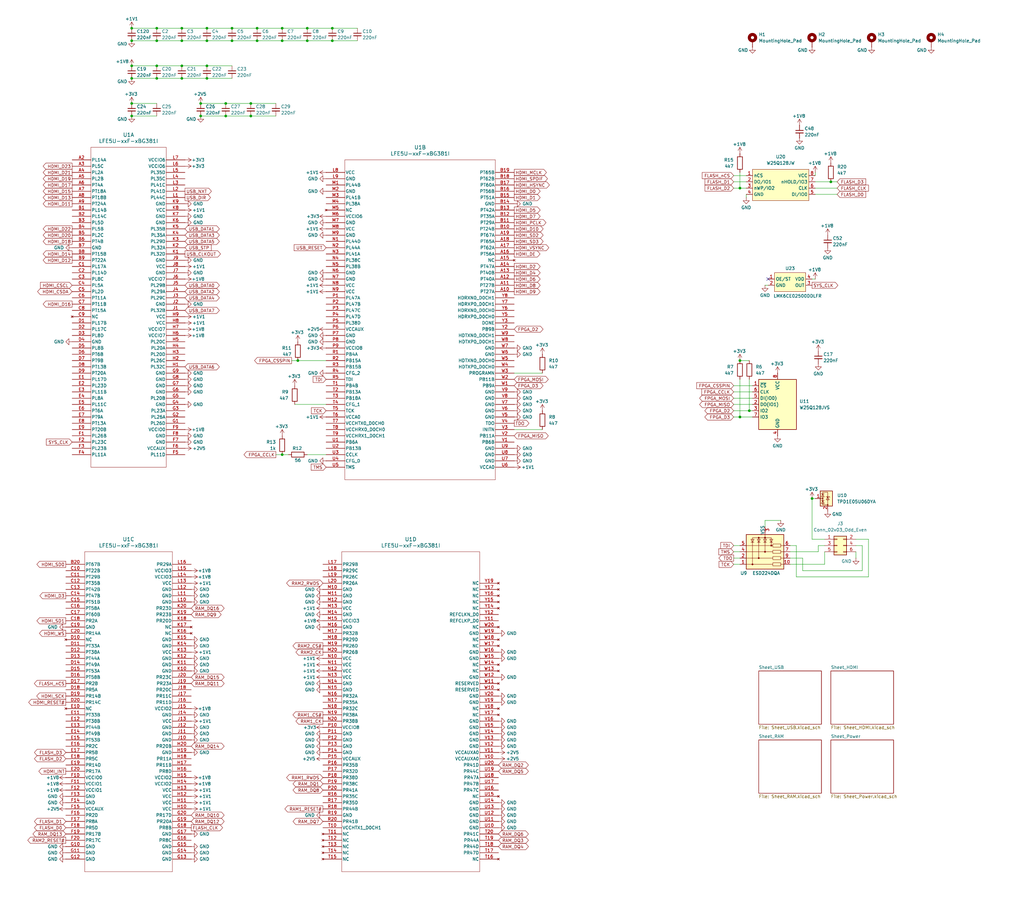
<source format=kicad_sch>
(kicad_sch (version 20231120) (generator "eeschema") (generator_version "8.0")
  (paper "User" 414.782 364.871)
  (junction (at 299.72 146.05))
  (junction (at 299.72 168.91))
  (junction (at 53.34 46.99))
  (junction (at 101.6 46.99))
  (junction (at 83.82 26.67))
  (junction (at 81.28 41.91))
  (junction (at 104.14 16.51))
  (junction (at 53.34 11.43))
  (junction (at 120.65 146.05))
  (junction (at 93.98 16.51))
  (junction (at 63.5 11.43))
  (junction (at 299.72 76.2))
  (junction (at 53.34 16.51))
  (junction (at 73.66 16.51))
  (junction (at 328.93 201.93))
  (junction (at 124.46 16.51))
  (junction (at 91.44 41.91))
  (junction (at 114.3 11.43))
  (junction (at 73.66 31.75))
  (junction (at 63.5 26.67))
  (junction (at 124.46 11.43))
  (junction (at 73.66 11.43))
  (junction (at 81.28 46.99))
  (junction (at 303.53 166.37))
  (junction (at 53.34 26.67))
  (junction (at 336.55 73.66))
  (junction (at 134.62 16.51))
  (junction (at 73.66 26.67))
  (junction (at 91.44 46.99))
  (junction (at 63.5 16.51))
  (junction (at 83.82 31.75))
  (junction (at 53.34 31.75))
  (junction (at 134.62 11.43))
  (junction (at 93.98 11.43))
  (junction (at 114.3 184.15))
  (junction (at 53.34 41.91))
  (junction (at 101.6 41.91))
  (junction (at 63.5 31.75))
  (junction (at 83.82 16.51))
  (junction (at 114.3 16.51))
  (junction (at 104.14 11.43))
  (junction (at 83.82 11.43))
  (no_connect (at 311.15 113.03))
  (wire (pts (xy 91.44 46.99) (xy 101.6 46.99)))
  (wire (pts (xy 336.55 73.66) (xy 330.2 73.66)))
  (wire (pts (xy 114.3 11.43) (xy 124.46 11.43)))
  (wire (pts (xy 111.76 184.15) (xy 114.3 184.15)))
  (wire (pts (xy 299.72 69.85) (xy 299.72 76.2)))
  (wire (pts (xy 124.46 16.51) (xy 134.62 16.51)))
  (wire (pts (xy 330.2 113.03) (xy 328.93 113.03)))
  (wire (pts (xy 334.01 228.6) (xy 334.01 223.52)))
  (wire (pts (xy 330.2 69.85) (xy 330.2 71.12)))
  (wire (pts (xy 53.34 31.75) (xy 63.5 31.75)))
  (wire (pts (xy 299.72 76.2) (xy 302.26 76.2)))
  (wire (pts (xy 81.28 46.99) (xy 91.44 46.99)))
  (wire (pts (xy 334.01 218.44) (xy 328.93 218.44)))
  (wire (pts (xy 349.25 220.98) (xy 346.71 220.98)))
  (wire (pts (xy 208.28 173.99) (xy 219.71 173.99)))
  (wire (pts (xy 297.18 168.91) (xy 299.72 168.91)))
  (wire (pts (xy 303.53 153.67) (xy 303.53 166.37)))
  (wire (pts (xy 53.34 16.51) (xy 63.5 16.51)))
  (wire (pts (xy 53.34 26.67) (xy 63.5 26.67)))
  (wire (pts (xy 297.18 223.52) (xy 299.72 223.52)))
  (wire (pts (xy 322.58 233.68) (xy 351.79 233.68)))
  (wire (pts (xy 53.34 46.99) (xy 63.5 46.99)))
  (wire (pts (xy 63.5 26.67) (xy 73.66 26.67)))
  (wire (pts (xy 299.72 168.91) (xy 304.8 168.91)))
  (wire (pts (xy 104.14 16.51) (xy 114.3 16.51)))
  (wire (pts (xy 114.3 16.51) (xy 124.46 16.51)))
  (wire (pts (xy 339.09 78.74) (xy 330.2 78.74)))
  (wire (pts (xy 331.47 220.98) (xy 334.01 220.98)))
  (wire (pts (xy 83.82 26.67) (xy 93.98 26.67)))
  (wire (pts (xy 124.46 11.43) (xy 134.62 11.43)))
  (wire (pts (xy 325.12 226.06) (xy 325.12 231.14)))
  (wire (pts (xy 73.66 11.43) (xy 83.82 11.43)))
  (wire (pts (xy 320.04 223.52) (xy 331.47 223.52)))
  (wire (pts (xy 320.04 228.6) (xy 334.01 228.6)))
  (wire (pts (xy 320.04 226.06) (xy 325.12 226.06)))
  (wire (pts (xy 297.18 158.75) (xy 304.8 158.75)))
  (wire (pts (xy 328.93 201.93) (xy 328.93 218.44)))
  (wire (pts (xy 120.65 146.05) (xy 132.08 146.05)))
  (wire (pts (xy 316.23 210.82) (xy 309.88 210.82)))
  (wire (pts (xy 349.25 231.14) (xy 349.25 220.98)))
  (wire (pts (xy 351.79 233.68) (xy 351.79 218.44)))
  (wire (pts (xy 297.18 228.6) (xy 299.72 228.6)))
  (wire (pts (xy 93.98 11.43) (xy 104.14 11.43)))
  (wire (pts (xy 346.71 226.06) (xy 346.71 223.52)))
  (wire (pts (xy 320.04 220.98) (xy 322.58 220.98)))
  (wire (pts (xy 299.72 153.67) (xy 299.72 168.91)))
  (wire (pts (xy 331.47 223.52) (xy 331.47 220.98)))
  (wire (pts (xy 73.66 16.51) (xy 83.82 16.51)))
  (wire (pts (xy 208.28 151.13) (xy 219.71 151.13)))
  (wire (pts (xy 297.18 76.2) (xy 299.72 76.2)))
  (wire (pts (xy 351.79 218.44) (xy 346.71 218.44)))
  (wire (pts (xy 63.5 16.51) (xy 73.66 16.51)))
  (wire (pts (xy 309.88 210.82) (xy 309.88 213.36)))
  (wire (pts (xy 297.18 220.98) (xy 299.72 220.98)))
  (wire (pts (xy 124.46 184.15) (xy 132.08 184.15)))
  (wire (pts (xy 134.62 11.43) (xy 144.78 11.43)))
  (wire (pts (xy 91.44 41.91) (xy 101.6 41.91)))
  (wire (pts (xy 114.3 184.15) (xy 116.84 184.15)))
  (wire (pts (xy 322.58 220.98) (xy 322.58 233.68)))
  (wire (pts (xy 63.5 11.43) (xy 73.66 11.43)))
  (wire (pts (xy 297.18 163.83) (xy 304.8 163.83)))
  (wire (pts (xy 53.34 41.91) (xy 63.5 41.91)))
  (wire (pts (xy 101.6 46.99) (xy 111.76 46.99)))
  (wire (pts (xy 119.38 163.83) (xy 132.08 163.83)))
  (wire (pts (xy 339.09 76.2) (xy 330.2 76.2)))
  (wire (pts (xy 118.11 146.05) (xy 120.65 146.05)))
  (wire (pts (xy 104.14 11.43) (xy 114.3 11.43)))
  (wire (pts (xy 299.72 146.05) (xy 303.53 146.05)))
  (wire (pts (xy 297.18 156.21) (xy 304.8 156.21)))
  (wire (pts (xy 101.6 41.91) (xy 111.76 41.91)))
  (wire (pts (xy 297.18 161.29) (xy 304.8 161.29)))
  (wire (pts (xy 83.82 16.51) (xy 93.98 16.51)))
  (wire (pts (xy 297.18 226.06) (xy 299.72 226.06)))
  (wire (pts (xy 63.5 31.75) (xy 73.66 31.75)))
  (wire (pts (xy 73.66 31.75) (xy 83.82 31.75)))
  (wire (pts (xy 297.18 71.12) (xy 302.26 71.12)))
  (wire (pts (xy 325.12 231.14) (xy 349.25 231.14)))
  (wire (pts (xy 328.93 201.93) (xy 330.2 201.93)))
  (wire (pts (xy 297.18 166.37) (xy 303.53 166.37)))
  (wire (pts (xy 134.62 16.51) (xy 144.78 16.51)))
  (wire (pts (xy 297.18 73.66) (xy 302.26 73.66)))
  (wire (pts (xy 302.26 80.01) (xy 302.26 78.74)))
  (wire (pts (xy 309.88 115.57) (xy 311.15 115.57)))
  (wire (pts (xy 93.98 16.51) (xy 104.14 16.51)))
  (wire (pts (xy 83.82 31.75) (xy 93.98 31.75)))
  (wire (pts (xy 81.28 41.91) (xy 91.44 41.91)))
  (wire (pts (xy 73.66 26.67) (xy 83.82 26.67)))
  (wire (pts (xy 339.09 73.66) (xy 336.55 73.66)))
  (wire (pts (xy 83.82 11.43) (xy 93.98 11.43)))
  (wire (pts (xy 53.34 11.43) (xy 63.5 11.43)))
  (wire (pts (xy 303.53 166.37) (xy 304.8 166.37)))
  (global_label "FPGA_CCLK" (shape input) (at 297.18 158.75 180) (property "Intersheetrefs" "${INTERSHEET_REFS}" (effects (hide yes))))
  (global_label "FLASH_D0" (shape input) (at 339.09 78.74 0) (property "Intersheetrefs" "${INTERSHEET_REFS}" (effects (hide yes))))
  (global_label "SYS_CLK" (shape output) (at 328.93 115.57 0) (property "Intersheetrefs" "${INTERSHEET_REFS}" (effects (hide yes))))
  (global_label "RAM_DQ5" (shape bidirectional) (at 201.93 312.42 0) (property "Intersheetrefs" "${INTERSHEET_REFS}" (effects (hide yes))))
  (global_label "USB_RESET" (shape input) (at 132.08 100.33 180) (property "Intersheetrefs" "${INTERSHEET_REFS}" (effects (hide yes))))
  (global_label "USB_DATA7" (shape bidirectional) (at 74.93 125.73 0) (property "Intersheetrefs" "${INTERSHEET_REFS}" (effects (hide yes))))
  (global_label "RAM2_CK" (shape output) (at 130.81 264.16 180) (property "Intersheetrefs" "${INTERSHEET_REFS}" (effects (hide yes))))
  (global_label "HDMI_MCLK" (shape output) (at 208.28 69.85 0) (property "Intersheetrefs" "${INTERSHEET_REFS}" (effects (hide yes))))
  (global_label "FPGA_MOSI" (shape bidirectional) (at 297.18 161.29 180) (property "Intersheetrefs" "${INTERSHEET_REFS}" (effects (hide yes))))
  (global_label "TCK" (shape input) (at 297.18 228.6 180) (property "Intersheetrefs" "${INTERSHEET_REFS}" (effects (hide yes))))
  (global_label "RAM_DQ3" (shape bidirectional) (at 201.93 340.36 0) (property "Intersheetrefs" "${INTERSHEET_REFS}" (effects (hide yes))))
  (global_label "RAM1_RESET#" (shape output) (at 130.81 327.66 180) (property "Intersheetrefs" "${INTERSHEET_REFS}" (effects (hide yes))))
  (global_label "RAM_DQ16" (shape bidirectional) (at 77.47 246.38 0) (property "Intersheetrefs" "${INTERSHEET_REFS}" (effects (hide yes))))
  (global_label "USB_DATA0" (shape bidirectional) (at 74.93 115.57 0) (property "Intersheetrefs" "${INTERSHEET_REFS}" (effects (hide yes))))
  (global_label "RAM1_CS#" (shape output) (at 130.81 289.56 180) (property "Intersheetrefs" "${INTERSHEET_REFS}" (effects (hide yes))))
  (global_label "HDMI_VSYNC" (shape output) (at 208.28 100.33 0) (property "Intersheetrefs" "${INTERSHEET_REFS}" (effects (hide yes))))
  (global_label "HDMI_D3" (shape output) (at 26.67 241.3 180) (property "Intersheetrefs" "${INTERSHEET_REFS}" (effects (hide yes))))
  (global_label "HDMI_D14" (shape output) (at 29.21 102.87 180) (property "Intersheetrefs" "${INTERSHEET_REFS}" (effects (hide yes))))
  (global_label "HDMI_D11" (shape output) (at 29.21 82.55 180) (property "Intersheetrefs" "${INTERSHEET_REFS}" (effects (hide yes))))
  (global_label "HDMI_SD0" (shape output) (at 26.67 228.6 180) (property "Intersheetrefs" "${INTERSHEET_REFS}" (effects (hide yes))))
  (global_label "FLASH_D1" (shape input) (at 297.18 73.66 180) (property "Intersheetrefs" "${INTERSHEET_REFS}" (effects (hide yes))))
  (global_label "RAM_DQ14" (shape bidirectional) (at 77.47 302.26 0) (property "Intersheetrefs" "${INTERSHEET_REFS}" (effects (hide yes))))
  (global_label "RAM_DQ6" (shape bidirectional) (at 201.93 337.82 0) (property "Intersheetrefs" "${INTERSHEET_REFS}" (effects (hide yes))))
  (global_label "FPGA_CSSPIN" (shape output) (at 118.11 146.05 180) (property "Intersheetrefs" "${INTERSHEET_REFS}" (effects (hide yes))))
  (global_label "RAM_DQ8" (shape bidirectional) (at 130.81 320.04 180) (property "Intersheetrefs" "${INTERSHEET_REFS}" (effects (hide yes))))
  (global_label "FPGA_D2" (shape bidirectional) (at 297.18 166.37 180) (property "Intersheetrefs" "${INTERSHEET_REFS}" (effects (hide yes))))
  (global_label "HDMI_D12" (shape output) (at 29.21 105.41 180) (property "Intersheetrefs" "${INTERSHEET_REFS}" (effects (hide yes))))
  (global_label "FLASH_D2" (shape input) (at 297.18 76.2 180) (property "Intersheetrefs" "${INTERSHEET_REFS}" (effects (hide yes))))
  (global_label "HDMI_D0" (shape output) (at 208.28 77.47 0) (property "Intersheetrefs" "${INTERSHEET_REFS}" (effects (hide yes))))
  (global_label "FPGA_D3" (shape bidirectional) (at 297.18 168.91 180) (property "Intersheetrefs" "${INTERSHEET_REFS}" (effects (hide yes))))
  (global_label "HDMI_D4" (shape output) (at 208.28 110.49 0) (property "Intersheetrefs" "${INTERSHEET_REFS}" (effects (hide yes))))
  (global_label "HDMI_D21" (shape output) (at 29.21 69.85 180) (property "Intersheetrefs" "${INTERSHEET_REFS}" (effects (hide yes))))
  (global_label "TCK" (shape input) (at 132.08 166.37 180) (property "Intersheetrefs" "${INTERSHEET_REFS}" (effects (hide yes))))
  (global_label "TDI" (shape input) (at 297.18 220.98 180) (property "Intersheetrefs" "${INTERSHEET_REFS}" (effects (hide yes))))
  (global_label "HDMI_HSYNC" (shape output) (at 208.28 74.93 0) (property "Intersheetrefs" "${INTERSHEET_REFS}" (effects (hide yes))))
  (global_label "HDMI_CSDA" (shape bidirectional) (at 29.21 118.11 180) (property "Intersheetrefs" "${INTERSHEET_REFS}" (effects (hide yes))))
  (global_label "FLASH_D3" (shape bidirectional) (at 26.67 304.8 180) (property "Intersheetrefs" "${INTERSHEET_REFS}" (effects (hide yes))))
  (global_label "USB_DATA6" (shape bidirectional) (at 74.93 148.59 0) (property "Intersheetrefs" "${INTERSHEET_REFS}" (effects (hide yes))))
  (global_label "HDMI_SD3" (shape output) (at 208.28 97.79 0) (property "Intersheetrefs" "${INTERSHEET_REFS}" (effects (hide yes))))
  (global_label "FPGA_CSSPIN" (shape input) (at 297.18 156.21 180) (property "Intersheetrefs" "${INTERSHEET_REFS}" (effects (hide yes))))
  (global_label "RAM1_RWDS" (shape bidirectional) (at 130.81 314.96 180) (property "Intersheetrefs" "${INTERSHEET_REFS}" (effects (hide yes))))
  (global_label "FPGA_MISO" (shape bidirectional) (at 297.18 163.83 180) (property "Intersheetrefs" "${INTERSHEET_REFS}" (effects (hide yes))))
  (global_label "HDMI_D15" (shape output) (at 29.21 77.47 180) (property "Intersheetrefs" "${INTERSHEET_REFS}" (effects (hide yes))))
  (global_label "HDMI_INT" (shape output) (at 26.67 312.42 180) (property "Intersheetrefs" "${INTERSHEET_REFS}" (effects (hide yes))))
  (global_label "HDMI_SCK" (shape output) (at 26.67 281.94 180) (property "Intersheetrefs" "${INTERSHEET_REFS}" (effects (hide yes))))
  (global_label "HDMI_D5" (shape output) (at 208.28 85.09 0) (property "Intersheetrefs" "${INTERSHEET_REFS}" (effects (hide yes))))
  (global_label "RAM_DQ15" (shape bidirectional) (at 77.47 274.32 0) (property "Intersheetrefs" "${INTERSHEET_REFS}" (effects (hide yes))))
  (global_label "FPGA_D3" (shape bidirectional) (at 208.28 156.21 0) (property "Intersheetrefs" "${INTERSHEET_REFS}" (effects (hide yes))))
  (global_label "RAM_DQ7" (shape bidirectional) (at 130.81 332.74 180) (property "Intersheetrefs" "${INTERSHEET_REFS}" (effects (hide yes))))
  (global_label "HDMI_D16" (shape output) (at 29.21 123.19 180) (property "Intersheetrefs" "${INTERSHEET_REFS}" (effects (hide yes))))
  (global_label "HDMI_DE" (shape output) (at 208.28 102.87 0) (property "Intersheetrefs" "${INTERSHEET_REFS}" (effects (hide yes))))
  (global_label "HDMI_RESET#" (shape output) (at 26.67 284.48 180) (property "Intersheetrefs" "${INTERSHEET_REFS}" (effects (hide yes))))
  (global_label "USB_DATA4" (shape bidirectional) (at 74.93 120.65 0) (property "Intersheetrefs" "${INTERSHEET_REFS}" (effects (hide yes))))
  (global_label "FPGA_MOSI" (shape bidirectional) (at 208.28 153.67 0) (property "Intersheetrefs" "${INTERSHEET_REFS}" (effects (hide yes))))
  (global_label "FLASH_D0" (shape bidirectional) (at 26.67 335.28 180) (property "Intersheetrefs" "${INTERSHEET_REFS}" (effects (hide yes))))
  (global_label "RAM_DQ2" (shape bidirectional) (at 201.93 309.88 0) (property "Intersheetrefs" "${INTERSHEET_REFS}" (effects (hide yes))))
  (global_label "HDMI_D19" (shape output) (at 29.21 72.39 180) (property "Intersheetrefs" "${INTERSHEET_REFS}" (effects (hide yes))))
  (global_label "FLASH_CLK" (shape output) (at 77.47 335.28 0) (property "Intersheetrefs" "${INTERSHEET_REFS}" (effects (hide yes))))
  (global_label "TDI" (shape input) (at 132.08 153.67 180) (property "Intersheetrefs" "${INTERSHEET_REFS}" (effects (hide yes))))
  (global_label "HDMI_SPDIF" (shape output) (at 208.28 72.39 0) (property "Intersheetrefs" "${INTERSHEET_REFS}" (effects (hide yes))))
  (global_label "FLASH_D3" (shape input) (at 339.09 73.66 0) (property "Intersheetrefs" "${INTERSHEET_REFS}" (effects (hide yes))))
  (global_label "FLASH_nCS" (shape input) (at 297.18 71.12 180) (property "Intersheetrefs" "${INTERSHEET_REFS}" (effects (hide yes))))
  (global_label "HDMI_D23" (shape output) (at 29.21 67.31 180) (property "Intersheetrefs" "${INTERSHEET_REFS}" (effects (hide yes))))
  (global_label "HDMI_PCLK" (shape output) (at 208.28 90.17 0) (property "Intersheetrefs" "${INTERSHEET_REFS}" (effects (hide yes))))
  (global_label "HDMI_D17" (shape output) (at 29.21 74.93 180) (property "Intersheetrefs" "${INTERSHEET_REFS}" (effects (hide yes))))
  (global_label "RAM_DQ4" (shape bidirectional) (at 201.93 342.9 0) (property "Intersheetrefs" "${INTERSHEET_REFS}" (effects (hide yes))))
  (global_label "FLASH_CLK" (shape input) (at 339.09 76.2 0) (property "Intersheetrefs" "${INTERSHEET_REFS}" (effects (hide yes))))
  (global_label "HDMI_D9" (shape output) (at 208.28 118.11 0) (property "Intersheetrefs" "${INTERSHEET_REFS}" (effects (hide yes))))
  (global_label "FPGA_MISO" (shape bidirectional) (at 208.28 176.53 0) (property "Intersheetrefs" "${INTERSHEET_REFS}" (effects (hide yes))))
  (global_label "RAM2_RWDS" (shape bidirectional) (at 130.81 236.22 180) (property "Intersheetrefs" "${INTERSHEET_REFS}" (effects (hide yes))))
  (global_label "RAM_DQ9" (shape bidirectional) (at 77.47 248.92 0) (property "Intersheetrefs" "${INTERSHEET_REFS}" (effects (hide yes))))
  (global_label "HDMI_WS" (shape output) (at 26.67 256.54 180) (property "Intersheetrefs" "${INTERSHEET_REFS}" (effects (hide yes))))
  (global_label "SYS_CLK" (shape input) (at 29.21 179.07 180) (property "Intersheetrefs" "${INTERSHEET_REFS}" (effects (hide yes))))
  (global_label "HDMI_D7" (shape output) (at 208.28 87.63 0) (property "Intersheetrefs" "${INTERSHEET_REFS}" (effects (hide yes))))
  (global_label "HDMI_SD2" (shape output) (at 208.28 95.25 0) (property "Intersheetrefs" "${INTERSHEET_REFS}" (effects (hide yes))))
  (global_label "HDMI_D20" (shape output) (at 29.21 95.25 180) (property "Intersheetrefs" "${INTERSHEET_REFS}" (effects (hide yes))))
  (global_label "TDO" (shape output) (at 297.18 226.06 180) (property "Intersheetrefs" "${INTERSHEET_REFS}" (effects (hide yes))))
  (global_label "FLASH_nCS" (shape output) (at 26.67 276.86 180) (property "Intersheetrefs" "${INTERSHEET_REFS}" (effects (hide yes))))
  (global_label "USB_DATA5" (shape bidirectional) (at 74.93 97.79 0) (property "Intersheetrefs" "${INTERSHEET_REFS}" (effects (hide yes))))
  (global_label "RAM1_CK" (shape output) (at 130.81 292.1 180) (property "Intersheetrefs" "${INTERSHEET_REFS}" (effects (hide yes))))
  (global_label "USB_CLKOUT" (shape output) (at 74.93 102.87 0) (property "Intersheetrefs" "${INTERSHEET_REFS}" (effects (hide yes))))
  (global_label "USB_DATA3" (shape bidirectional) (at 74.93 95.25 0) (property "Intersheetrefs" "${INTERSHEET_REFS}" (effects (hide yes))))
  (global_label "RAM_DQ10" (shape bidirectional) (at 77.47 330.2 0) (property "Intersheetrefs" "${INTERSHEET_REFS}" (effects (hide yes))))
  (global_label "RAM_DQ13" (shape bidirectional) (at 26.67 337.82 180) (property "Intersheetrefs" "${INTERSHEET_REFS}" (effects (hide yes))))
  (global_label "HDMI_CSCL" (shape input) (at 29.21 115.57 180) (property "Intersheetrefs" "${INTERSHEET_REFS}" (effects (hide yes))))
  (global_label "RAM2_CS#" (shape output) (at 130.81 261.62 180) (property "Intersheetrefs" "${INTERSHEET_REFS}" (effects (hide yes))))
  (global_label "HDMI_D8" (shape output) (at 208.28 115.57 0) (property "Intersheetrefs" "${INTERSHEET_REFS}" (effects (hide yes))))
  (global_label "USB_NXT" (shape output) (at 74.93 77.47 0) (property "Intersheetrefs" "${INTERSHEET_REFS}" (effects (hide yes))))
  (global_label "HDMI_D1" (shape output) (at 208.28 80.01 0) (property "Intersheetrefs" "${INTERSHEET_REFS}" (effects (hide yes))))
  (global_label "HDMI_D22" (shape output) (at 29.21 92.71 180) (property "Intersheetrefs" "${INTERSHEET_REFS}" (effects (hide yes))))
  (global_label "TMS" (shape input) (at 132.08 189.23 180) (property "Intersheetrefs" "${INTERSHEET_REFS}" (effects (hide yes))))
  (global_label "USB_STP" (shape input) (at 74.93 100.33 0) (property "Intersheetrefs" "${INTERSHEET_REFS}" (effects (hide yes))))
  (global_label "FPGA_CCLK" (shape output) (at 111.76 184.15 180) (property "Intersheetrefs" "${INTERSHEET_REFS}" (effects (hide yes))))
  (global_label "USB_DIR" (shape output) (at 74.93 80.01 0) (property "Intersheetrefs" "${INTERSHEET_REFS}" (effects (hide yes))))
  (global_label "FLASH_D1" (shape bidirectional) (at 26.67 332.74 180) (property "Intersheetrefs" "${INTERSHEET_REFS}" (effects (hide yes))))
  (global_label "HDMI_D6" (shape output) (at 208.28 113.03 0) (property "Intersheetrefs" "${INTERSHEET_REFS}" (effects (hide yes))))
  (global_label "TDO" (shape output) (at 208.28 171.45 0) (property "Intersheetrefs" "${INTERSHEET_REFS}" (effects (hide yes))))
  (global_label "HDMI_SD1" (shape output) (at 26.67 251.46 180) (property "Intersheetrefs" "${INTERSHEET_REFS}" (effects (hide yes))))
  (global_label "FPGA_D2" (shape bidirectional) (at 208.28 133.35 0) (property "Intersheetrefs" "${INTERSHEET_REFS}" (effects (hide yes))))
  (global_label "RAM2_RESET#" (shape output) (at 26.67 340.36 180) (property "Intersheetrefs" "${INTERSHEET_REFS}" (effects (hide yes))))
  (global_label "FLASH_D2" (shape bidirectional) (at 26.67 307.34 180) (property "Intersheetrefs" "${INTERSHEET_REFS}" (effects (hide yes))))
  (global_label "RAM_DQ12" (shape bidirectional) (at 77.47 332.74 0) (property "Intersheetrefs" "${INTERSHEET_REFS}" (effects (hide yes))))
  (global_label "RAM_DQ1" (shape bidirectional) (at 130.81 317.5 180) (property "Intersheetrefs" "${INTERSHEET_REFS}" (effects (hide yes))))
  (global_label "HDMI_D18" (shape output) (at 29.21 97.79 180) (property "Intersheetrefs" "${INTERSHEET_REFS}" (effects (hide yes))))
  (global_label "HDMI_D13" (shape output) (at 29.21 80.01 180) (property "Intersheetrefs" "${INTERSHEET_REFS}" (effects (hide yes))))
  (global_label "HDMI_D2" (shape output) (at 208.28 107.95 0) (property "Intersheetrefs" "${INTERSHEET_REFS}" (effects (hide yes))))
  (global_label "USB_DATA1" (shape bidirectional) (at 74.93 92.71 0) (property "Intersheetrefs" "${INTERSHEET_REFS}" (effects (hide yes))))
  (global_label "HDMI_D10" (shape output) (at 208.28 92.71 0) (property "Intersheetrefs" "${INTERSHEET_REFS}" (effects (hide yes))))
  (global_label "USB_DATA2" (shape bidirectional) (at 74.93 118.11 0) (property "Intersheetrefs" "${INTERSHEET_REFS}" (effects (hide yes))))
  (global_label "RAM_DQ11" (shape bidirectional) (at 77.47 276.86 0) (property "Intersheetrefs" "${INTERSHEET_REFS}" (effects (hide yes))))
  (global_label "TMS" (shape input) (at 297.18 223.52 180) (property "Intersheetrefs" "${INTERSHEET_REFS}" (effects (hide yes))))
  (symbol (lib_id "power:+1V1") (at 132.08 115.57 90) (unit 1)
    (property "Reference" "#PWR0117" (effects (hide yes)))
    (property "Value" "+1V1" (at 126.492 115.57 90))
    (property "Description" "Power symbol creates a global label with name \"+1V1\"" (effects (hide yes)))
  )
  (symbol (lib_id "power:GND") (at 208.28 184.15 90) (mirror x) (unit 1)
    (property "Reference" "#PWR050" (effects (hide yes)))
    (property "Value" "GND" (at 213.614 184.15 90))
    (property "Description" "Power symbol creates a global label with name \"GND\" , ground" (effects (hide yes)))
  )
  (symbol (lib_id "Device:C_Small") (at 73.66 29.21 0) (unit 1)
    (property "Reference" "C21" (at 75.692 27.94 0) (effects (justify left)))
    (property "Value" "220nF" (at 75.692 30.48 0) (effects (justify left)))
    (property "Footprint" "Capacitor_SMD:C_0201_0603Metric_Pad0.64x0.40mm_HandSolder" (effects (hide yes)))
    (property "Description" "Unpolarized capacitor, small symbol" (effects (hide yes)))
  )
  (symbol (lib_id "power:GND") (at 81.28 46.99 0) (mirror y) (unit 1)
    (property "Reference" "#PWR0203" (effects (hide yes)))
    (property "Value" "GND" (at 77.47 48.26 0))
    (property "Description" "Power symbol creates a global label with name \"GND\" , ground" (effects (hide yes)))
  )
  (symbol (lib_id "Device:C_Small") (at 53.34 29.21 0) (unit 1)
    (property "Reference" "C19" (at 55.372 27.94 0) (effects (justify left)))
    (property "Value" "220nF" (at 55.372 30.48 0) (effects (justify left)))
    (property "Footprint" "Capacitor_SMD:C_0201_0603Metric_Pad0.64x0.40mm_HandSolder" (effects (hide yes)))
    (property "Description" "Unpolarized capacitor, small symbol" (effects (hide yes)))
  )
  (symbol (lib_id "power:GND") (at 77.47 289.56 90) (mirror x) (unit 1)
    (property "Reference" "#PWR068" (effects (hide yes)))
    (property "Value" "GND" (at 82.804 289.56 90))
    (property "Description" "Power symbol creates a global label with name \"GND\" , ground" (effects (hide yes)))
  )
  (symbol (lib_id "power:GND") (at 208.28 82.55 90) (mirror x) (unit 1)
    (property "Reference" "#PWR059" (effects (hide yes)))
    (property "Value" "GND" (at 213.614 82.55 90))
    (property "Description" "Power symbol creates a global label with name \"GND\" , ground" (effects (hide yes)))
  )
  (symbol (lib_id "power:GND") (at 77.47 304.8 90) (mirror x) (unit 1)
    (property "Reference" "#PWR072" (effects (hide yes)))
    (property "Value" "GND" (at 82.804 304.8 90))
    (property "Description" "Power symbol creates a global label with name \"GND\" , ground" (effects (hide yes)))
  )
  (symbol (lib_id "Device:C_Small") (at 93.98 29.21 0) (unit 1)
    (property "Reference" "C23" (at 96.012 27.94 0) (effects (justify left)))
    (property "Value" "220nF" (at 96.012 30.48 0) (effects (justify left)))
    (property "Footprint" "Capacitor_SMD:C_0201_0603Metric_Pad0.64x0.40mm_HandSolder" (effects (hide yes)))
    (property "Description" "Unpolarized capacitor, small symbol" (effects (hide yes)))
  )
  (symbol (lib_id "power:+3V3") (at 219.71 143.51 0) (mirror y) (unit 1)
    (property "Reference" "#PWR0158" (effects (hide yes)))
    (property "Value" "+3V3" (at 219.456 139.7 0))
    (property "Description" "Power symbol creates a global label with name \"+3V3\"" (effects (hide yes)))
  )
  (symbol (lib_id "power:+3V3") (at 328.93 201.93 0) (mirror y) (unit 1)
    (property "Reference" "#PWR0138" (effects (hide yes)))
    (property "Value" "+3V3" (at 328.676 198.12 0))
    (property "Description" "Power symbol creates a global label with name \"+3V3\"" (effects (hide yes)))
  )
  (symbol (lib_id "power:+3V3") (at 77.47 233.68 270) (mirror x) (unit 1)
    (property "Reference" "#PWR0190" (effects (hide yes)))
    (property "Value" "+1V8" (at 82.804 233.68 90))
    (property "Description" "Power symbol creates a global label with name \"+3V3\"" (effects (hide yes)))
  )
  (symbol (lib_id "FPGA_Lattice:LFE5UM-25F-6BG381I") (at 132.08 69.85 0) (unit 2)
    (property "Reference" "U1" (at 170.18 59.69 0) (effects (font (size 1.524 1.524))))
    (property "Value" "LFE5U-xxF-xBG381I" (at 170.18 62.23 0) (effects (font (size 1.524 1.524))))
    (property "Footprint" "Package_BGA:CABGA381_LAT" (effects (hide yes)))
    (property "Datasheet" "LFE5UM-25F-6BG381I" (effects (hide yes)))
  )
  (symbol (lib_id "power:+2V5") (at 26.67 327.66 90) (unit 1)
    (property "Reference" "#PWR0107" (effects (hide yes)))
    (property "Value" "+2V5" (at 24.13 327.6599 90) (effects (justify left)))
    (property "Description" "Power symbol creates a global label with name \"+2V5\"" (effects (hide yes)))
  )
  (symbol (lib_id "power:GND") (at 201.93 327.66 90) (mirror x) (unit 1)
    (property "Reference" "#PWR089" (effects (hide yes)))
    (property "Value" "GND" (at 207.264 327.66 90))
    (property "Description" "Power symbol creates a global label with name \"GND\" , ground" (effects (hide yes)))
  )
  (symbol (lib_id "power:GND") (at 130.81 297.18 270) (mirror x) (unit 1)
    (property "Reference" "#PWR0100" (effects (hide yes)))
    (property "Value" "GND" (at 125.476 297.18 90))
    (property "Description" "Power symbol creates a global label with name \"GND\" , ground" (effects (hide yes)))
  )
  (symbol (lib_id "power:+3V3") (at 74.93 67.31 270) (mirror x) (unit 1)
    (property "Reference" "#PWR0194" (effects (hide yes)))
    (property "Value" "+3V3" (at 80.264 67.31 90))
    (property "Description" "Power symbol creates a global label with name \"+3V3\"" (effects (hide yes)))
  )
  (symbol (lib_id "power:GND") (at 201.93 284.48 90) (mirror x) (unit 1)
    (property "Reference" "#PWR082" (effects (hide yes)))
    (property "Value" "GND" (at 207.264 284.48 90))
    (property "Description" "Power symbol creates a global label with name \"GND\" , ground" (effects (hide yes)))
  )
  (symbol (lib_id "power:+2V5") (at 74.93 181.61 270) (unit 1)
    (property "Reference" "#PWR0105" (effects (hide yes)))
    (property "Value" "+2V5" (at 77.978 181.61 90) (effects (justify left)))
    (property "Description" "Power symbol creates a global label with name \"+2V5\"" (effects (hide yes)))
  )
  (symbol (lib_id "Device:R") (at 299.72 149.86 0) (mirror y) (unit 1)
    (property "Reference" "R7" (at 297.18 148.5899 0) (effects (justify left)))
    (property "Value" "4k7" (at 297.18 151.1299 0) (effects (justify left)))
    (property "Footprint" "Resistor_SMD:R_0402_1005Metric_Pad0.72x0.64mm_HandSolder" (effects (hide yes)))
    (property "Description" "Resistor" (effects (hide yes)))
  )
  (symbol (lib_id "Device:C_Small") (at 53.34 13.97 0) (unit 1)
    (property "Reference" "C120" (at 55.372 12.7 0) (effects (justify left)))
    (property "Value" "220nF" (at 55.372 15.24 0) (effects (justify left)))
    (property "Footprint" "Capacitor_SMD:C_0201_0603Metric_Pad0.64x0.40mm_HandSolder" (effects (hide yes)))
    (property "Description" "Unpolarized capacitor, small symbol" (effects (hide yes)))
    (instances (project "" (path "" (reference "C120") (unit 1))) (project "luma_cpu_v4" (path "" (reference "C1") (unit 1))))
  )
  (symbol (lib_id "power:GND") (at 130.81 279.4 270) (mirror x) (unit 1)
    (property "Reference" "#PWR099" (effects (hide yes)))
    (property "Value" "GND" (at 125.476 279.4 90))
    (property "Description" "Power symbol creates a global label with name \"GND\" , ground" (effects (hide yes)))
  )
  (symbol (lib_id "power:GND") (at 130.81 304.8 270) (mirror x) (unit 1)
    (property "Reference" "#PWR0103" (effects (hide yes)))
    (property "Value" "GND" (at 125.476 304.8 90))
    (property "Description" "Power symbol creates a global label with name \"GND\" , ground" (effects (hide yes)))
  )
  (symbol (lib_id "Mechanical:MountingHole_Pad") (at 377.19 16.51 0) (unit 1) (exclude_from_sim yes) (in_bom no)
    (property "Reference" "H4" (at 379.73 13.9699 0) (effects (justify left)))
    (property "Value" "MountingHole_Pad" (at 379.73 16.5099 0) (effects (justify left)))
    (property "Footprint" "MountingHole:MountingHole_1.2mm_M1_Pad" (effects (hide yes)))
    (property "Description" "Mounting Hole with connection" (effects (hide yes)))
  )
  (symbol (lib_id "Device:C_Small") (at 83.82 13.97 0) (unit 1)
    (property "Reference" "C4" (at 85.852 12.7 0) (effects (justify left)))
    (property "Value" "220nF" (at 85.852 15.24 0) (effects (justify left)))
    (property "Footprint" "Capacitor_SMD:C_0201_0603Metric_Pad0.64x0.40mm_HandSolder" (effects (hide yes)))
    (property "Description" "Unpolarized capacitor, small symbol" (effects (hide yes)))
  )
  (symbol (lib_id "power:GND") (at 208.28 181.61 90) (mirror x) (unit 1)
    (property "Reference" "#PWR051" (effects (hide yes)))
    (property "Value" "GND" (at 213.614 181.61 90))
    (property "Description" "Power symbol creates a global label with name \"GND\" , ground" (effects (hide yes)))
  )
  (symbol (lib_id "Device:C_Small") (at 73.66 13.97 0) (unit 1)
    (property "Reference" "C3" (at 75.692 12.7 0) (effects (justify left)))
    (property "Value" "220nF" (at 75.692 15.24 0) (effects (justify left)))
    (property "Footprint" "Capacitor_SMD:C_0201_0603Metric_Pad0.64x0.40mm_HandSolder" (effects (hide yes)))
    (property "Description" "Unpolarized capacitor, small symbol" (effects (hide yes)))
  )
  (symbol (lib_id "power:+3V3") (at 132.08 87.63 90) (mirror x) (unit 1)
    (property "Reference" "#PWR0180" (effects (hide yes)))
    (property "Value" "+3V3" (at 126.746 87.63 90))
    (property "Description" "Power symbol creates a global label with name \"+3V3\"" (effects (hide yes)))
  )
  (symbol (lib_id "power:+1V1") (at 130.81 269.24 90) (unit 1)
    (property "Reference" "#PWR0130" (effects (hide yes)))
    (property "Value" "+1V1" (at 125.222 269.24 90))
    (property "Description" "Power symbol creates a global label with name \"+1V1\"" (effects (hide yes)))
  )
  (symbol (lib_id "power:GND") (at 77.47 241.3 90) (mirror x) (unit 1)
    (property "Reference" "#PWR061" (effects (hide yes)))
    (property "Value" "GND" (at 82.804 241.3 90))
    (property "Description" "Power symbol creates a global label with name \"GND\" , ground" (effects (hide yes)))
  )
  (symbol (lib_id "power:+3V3") (at 330.2 113.03 0) (mirror y) (unit 1)
    (property "Reference" "#PWR0252" (effects (hide yes)))
    (property "Value" "+1V8" (at 329.946 109.22 0))
    (property "Description" "Power symbol creates a global label with name \"+3V3\"" (effects (hide yes)))
  )
  (symbol (lib_id "power:GND") (at 132.08 186.69 270) (mirror x) (unit 1)
    (property "Reference" "#PWR0161" (effects (hide yes)))
    (property "Value" "GND" (at 126.746 186.69 90))
    (property "Description" "Power symbol creates a global label with name \"GND\" , ground" (effects (hide yes)))
  )
  (symbol (lib_id "power:GND") (at 335.28 207.01 0) (unit 1)
    (property "Reference" "#PWR0150" (effects (hide yes)))
    (property "Value" "GND" (at 339.09 208.28 0))
    (property "Description" "Power symbol creates a global label with name \"GND\" , ground" (effects (hide yes)))
  )
  (symbol (lib_id "power:GND") (at 130.81 254 270) (mirror x) (unit 1)
    (property "Reference" "#PWR097" (effects (hide yes)))
    (property "Value" "GND" (at 125.476 254 90))
    (property "Description" "Power symbol creates a global label with name \"GND\" , ground" (effects (hide yes)))
  )
  (symbol (lib_id "power:GND") (at 201.93 330.2 90) (mirror x) (unit 1)
    (property "Reference" "#PWR090" (effects (hide yes)))
    (property "Value" "GND" (at 207.264 330.2 90))
    (property "Description" "Power symbol creates a global label with name \"GND\" , ground" (effects (hide yes)))
  )
  (symbol (lib_id "power:GND") (at 130.81 248.92 270) (mirror x) (unit 1)
    (property "Reference" "#PWR096" (effects (hide yes)))
    (property "Value" "GND" (at 125.476 248.92 90))
    (property "Description" "Power symbol creates a global label with name \"GND\" , ground" (effects (hide yes)))
  )
  (symbol (lib_id "power:GND") (at 74.93 163.83 90) (mirror x) (unit 1)
    (property "Reference" "#PWR046" (effects (hide yes)))
    (property "Value" "GND" (at 80.264 163.83 90))
    (property "Description" "Power symbol creates a global label with name \"GND\" , ground" (effects (hide yes)))
  )
  (symbol (lib_id "power:+2V5") (at 130.81 307.34 90) (unit 1)
    (property "Reference" "#PWR0108" (effects (hide yes)))
    (property "Value" "+2V5" (at 127.762 307.34 90) (effects (justify left)))
    (property "Description" "Power symbol creates a global label with name \"+2V5\"" (effects (hide yes)))
  )
  (symbol (lib_id "Device:R") (at 299.72 66.04 0) (mirror y) (unit 1)
    (property "Reference" "R15" (at 297.18 64.7699 0) (effects (justify left)))
    (property "Value" "4k7" (at 297.18 67.3099 0) (effects (justify left)))
    (property "Footprint" "Resistor_SMD:R_0402_1005Metric_Pad0.72x0.64mm_HandSolder" (effects (hide yes)))
    (property "Description" "Resistor" (effects (hide yes)))
  )
  (symbol (lib_id "power:GND") (at 201.93 297.18 90) (mirror x) (unit 1)
    (property "Reference" "#PWR085" (effects (hide yes)))
    (property "Value" "GND" (at 207.264 297.18 90))
    (property "Description" "Power symbol creates a global label with name \"GND\" , ground" (effects (hide yes)))
  )
  (symbol (lib_id "Mechanical:MountingHole_Pad") (at 353.06 16.51 0) (unit 1) (exclude_from_sim yes) (in_bom no)
    (property "Reference" "H3" (at 355.6 13.9699 0) (effects (justify left)))
    (property "Value" "MountingHole_Pad" (at 355.6 16.5099 0) (effects (justify left)))
    (property "Footprint" "MountingHole:MountingHole_1.2mm_M1_Pad" (effects (hide yes)))
    (property "Description" "Mounting Hole with connection" (effects (hide yes)))
  )
  (symbol (lib_id "power:+3V3") (at 330.2 69.85 0) (mirror y) (unit 1)
    (property "Reference" "#PWR0234" (effects (hide yes)))
    (property "Value" "+1V8" (at 329.946 66.04 0))
    (property "Description" "Power symbol creates a global label with name \"+3V3\"" (effects (hide yes)))
  )
  (symbol (lib_id "power:GND") (at 201.93 256.54 90) (mirror x) (unit 1)
    (property "Reference" "#PWR077" (effects (hide yes)))
    (property "Value" "GND" (at 207.264 256.54 90))
    (property "Description" "Power symbol creates a global label with name \"GND\" , ground" (effects (hide yes)))
  )
  (symbol (lib_id "power:+1V8") (at 53.34 26.67 0) (unit 1)
    (property "Reference" "#PWR0200" (effects (hide yes)))
    (property "Value" "+1V8" (at 49.53 24.892 0))
    (property "Description" "Power symbol creates a global label with name \"+1V8\"" (effects (hide yes)))
  )
  (symbol (lib_id "power:+3V3") (at 77.47 231.14 270) (mirror x) (unit 1)
    (property "Reference" "#PWR0191" (effects (hide yes)))
    (property "Value" "+1V8" (at 82.804 231.14 90))
    (property "Description" "Power symbol creates a global label with name \"+3V3\"" (effects (hide yes)))
  )
  (symbol (lib_id "power:GND") (at 74.93 179.07 90) (mirror x) (unit 1)
    (property "Reference" "#PWR048" (effects (hide yes)))
    (property "Value" "GND" (at 80.264 179.07 90))
    (property "Description" "Power symbol creates a global label with name \"GND\" , ground" (effects (hide yes)))
  )
  (symbol (lib_id "power:+3V3") (at 336.55 66.04 0) (mirror y) (unit 1)
    (property "Reference" "#PWR0177" (effects (hide yes)))
    (property "Value" "+1V8" (at 336.296 62.23 0))
    (property "Description" "Power symbol creates a global label with name \"+3V3\"" (effects (hide yes)))
  )
  (symbol (lib_id "power:GND") (at 346.71 226.06 0) (mirror y) (unit 1)
    (property "Reference" "#PWR0139" (effects (hide yes)))
    (property "Value" "GND" (at 342.9 227.33 0))
    (property "Description" "Power symbol creates a global label with name \"GND\" , ground" (effects (hide yes)))
  )
  (symbol (lib_id "power:GND") (at 132.08 113.03 270) (mirror x) (unit 1)
    (property "Reference" "#PWR033" (effects (hide yes)))
    (property "Value" "GND" (at 126.746 113.03 90))
    (property "Description" "Power symbol creates a global label with name \"GND\" , ground" (effects (hide yes)))
  )
  (symbol (lib_id "power:+1V1") (at 130.81 246.38 90) (unit 1)
    (property "Reference" "#PWR0128" (effects (hide yes)))
    (property "Value" "+1V1" (at 125.222 246.38 90))
    (property "Description" "Power symbol creates a global label with name \"+1V1\"" (effects (hide yes)))
  )
  (symbol (lib_id "power:GND") (at 77.47 266.7 90) (mirror x) (unit 1)
    (property "Reference" "#PWR065" (effects (hide yes)))
    (property "Value" "GND" (at 82.804 266.7 90))
    (property "Description" "Power symbol creates a global label with name \"GND\" , ground" (effects (hide yes)))
  )
  (symbol (lib_id "power:+2V5") (at 201.93 304.8 270) (unit 1)
    (property "Reference" "#PWR0109" (effects (hide yes)))
    (property "Value" "+2V5" (at 204.978 304.8 90) (effects (justify left)))
    (property "Description" "Power symbol creates a global label with name \"+2V5\"" (effects (hide yes)))
  )
  (symbol (lib_id "power:GND") (at 26.67 345.44 270) (mirror x) (unit 1)
    (property "Reference" "#PWR026" (effects (hide yes)))
    (property "Value" "GND" (at 21.336 345.44 90))
    (property "Description" "Power symbol creates a global label with name \"GND\" , ground" (effects (hide yes)))
  )
  (symbol (lib_id "power:GND") (at 132.08 138.43 270) (mirror x) (unit 1)
    (property "Reference" "#PWR035" (effects (hide yes)))
    (property "Value" "GND" (at 126.746 138.43 90))
    (property "Description" "Power symbol creates a global label with name \"GND\" , ground" (effects (hide yes)))
  )
  (symbol (lib_id "power:GND") (at 74.93 153.67 90) (mirror x) (unit 1)
    (property "Reference" "#PWR043" (effects (hide yes)))
    (property "Value" "GND" (at 80.264 153.67 90))
    (property "Description" "Power symbol creates a global label with name \"GND\" , ground" (effects (hide yes)))
  )
  (symbol (lib_id "power:+3V3") (at 74.93 173.99 270) (mirror x) (unit 1)
    (property "Reference" "#PWR0183" (effects (hide yes)))
    (property "Value" "+1V8" (at 80.264 173.99 90))
    (property "Description" "Power symbol creates a global label with name \"+3V3\"" (effects (hide yes)))
  )
  (symbol (lib_id "power:GND") (at 304.8 19.05 0) (mirror y) (unit 1)
    (property "Reference" "#PWR0133" (effects (hide yes)))
    (property "Value" "GND" (at 300.99 20.32 0))
    (property "Description" "Power symbol creates a global label with name \"GND\" , ground" (effects (hide yes)))
  )
  (symbol (lib_id "power:+3V3") (at 74.93 135.89 270) (mirror x) (unit 1)
    (property "Reference" "#PWR0182" (effects (hide yes)))
    (property "Value" "+1V8" (at 80.264 135.89 90))
    (property "Description" "Power symbol creates a global label with name \"+3V3\"" (effects (hide yes)))
  )
  (symbol (lib_id "power:GND") (at 208.28 140.97 90) (mirror x) (unit 1)
    (property "Reference" "#PWR057" (effects (hide yes)))
    (property "Value" "GND" (at 213.614 140.97 90))
    (property "Description" "Power symbol creates a global label with name \"GND\" , ground" (effects (hide yes)))
  )
  (symbol (lib_id "power:GND") (at 74.93 110.49 90) (mirror x) (unit 1)
    (property "Reference" "#PWR040" (effects (hide yes)))
    (property "Value" "GND" (at 80.264 110.49 90))
    (property "Description" "Power symbol creates a global label with name \"GND\" , ground" (effects (hide yes)))
  )
  (symbol (lib_id "power:+1V1") (at 74.93 107.95 270) (unit 1)
    (property "Reference" "#PWR0113" (effects (hide yes)))
    (property "Value" "+1V1" (at 80.518 107.95 90))
    (property "Description" "Power symbol creates a global label with name \"+1V1\"" (effects (hide yes)))
  )
  (symbol (lib_id "power:GND") (at 26.67 325.12 270) (mirror x) (unit 1)
    (property "Reference" "#PWR024" (effects (hide yes)))
    (property "Value" "GND" (at 21.336 325.12 90))
    (property "Description" "Power symbol creates a global label with name \"GND\" , ground" (effects (hide yes)))
  )
  (symbol (lib_id "Device:C_Small") (at 104.14 13.97 0) (unit 1)
    (property "Reference" "C6" (at 106.172 12.7 0) (effects (justify left)))
    (property "Value" "220nF" (at 106.172 15.24 0) (effects (justify left)))
    (property "Footprint" "Capacitor_SMD:C_0201_0603Metric_Pad0.64x0.40mm_HandSolder" (effects (hide yes)))
    (property "Description" "Unpolarized capacitor, small symbol" (effects (hide yes)))
  )
  (symbol (lib_id "power:GND") (at 74.93 123.19 90) (mirror x) (unit 1)
    (property "Reference" "#PWR041" (effects (hide yes)))
    (property "Value" "GND" (at 80.264 123.19 90))
    (property "Description" "Power symbol creates a global label with name \"GND\" , ground" (effects (hide yes)))
  )
  (symbol (lib_id "Device:C_Small") (at 124.46 13.97 0) (unit 1)
    (property "Reference" "C8" (at 126.492 12.7 0) (effects (justify left)))
    (property "Value" "220nF" (at 126.492 15.24 0) (effects (justify left)))
    (property "Footprint" "Capacitor_SMD:C_0201_0603Metric_Pad0.64x0.40mm_HandSolder" (effects (hide yes)))
    (property "Description" "Unpolarized capacitor, small symbol" (effects (hide yes)))
  )
  (symbol (lib_id "Device:R") (at 336.55 69.85 0) (unit 1)
    (property "Reference" "R20" (at 339.09 67.564 0) (effects (justify left)))
    (property "Value" "4k7" (at 339.09 70.104 0) (effects (justify left)))
    (property "Footprint" "Resistor_SMD:R_0402_1005Metric_Pad0.72x0.64mm_HandSolder" (effects (hide yes)))
    (property "Description" "Resistor" (effects (hide yes)))
  )
  (symbol (lib_id "power:GND") (at 377.19 19.05 0) (mirror y) (unit 1)
    (property "Reference" "#PWR0136" (effects (hide yes)))
    (property "Value" "GND" (at 373.38 20.32 0))
    (property "Description" "Power symbol creates a global label with name \"GND\" , ground" (effects (hide yes)))
  )
  (symbol (lib_id "power:GND") (at 77.47 271.78 90) (mirror x) (unit 1)
    (property "Reference" "#PWR067" (effects (hide yes)))
    (property "Value" "GND" (at 82.804 271.78 90))
    (property "Description" "Power symbol creates a global label with name \"GND\" , ground" (effects (hide yes)))
  )
  (symbol (lib_id "power:GND") (at 77.47 259.08 90) (mirror x) (unit 1)
    (property "Reference" "#PWR063" (effects (hide yes)))
    (property "Value" "GND" (at 82.804 259.08 90))
    (property "Description" "Power symbol creates a global label with name \"GND\" , ground" (effects (hide yes)))
  )
  (symbol (lib_id "power:GND") (at 74.93 87.63 90) (mirror x) (unit 1)
    (property "Reference" "#PWR037" (effects (hide yes)))
    (property "Value" "GND" (at 80.264 87.63 90))
    (property "Description" "Power symbol creates a global label with name \"GND\" , ground" (effects (hide yes)))
  )
  (symbol (lib_id "power:+3V3") (at 219.71 166.37 0) (mirror y) (unit 1)
    (property "Reference" "#PWR0156" (effects (hide yes)))
    (property "Value" "+3V3" (at 219.456 162.56 0))
    (property "Description" "Power symbol creates a global label with name \"+3V3\"" (effects (hide yes)))
  )
  (symbol (lib_id "power:GND") (at 201.93 274.32 90) (mirror x) (unit 1)
    (property "Reference" "#PWR080" (effects (hide yes)))
    (property "Value" "GND" (at 207.264 274.32 90))
    (property "Description" "Power symbol creates a global label with name \"GND\" , ground" (effects (hide yes)))
  )
  (symbol (lib_id "power:GND") (at 53.34 31.75 0) (mirror y) (unit 1)
    (property "Reference" "#PWR0198" (effects (hide yes)))
    (property "Value" "GND" (at 49.53 33.02 0))
    (property "Description" "Power symbol creates a global label with name \"GND\" , ground" (effects (hide yes)))
  )
  (symbol (lib_id "power:GND") (at 74.93 90.17 90) (mirror x) (unit 1)
    (property "Reference" "#PWR038" (effects (hide yes)))
    (property "Value" "GND" (at 80.264 90.17 90))
    (property "Description" "Power symbol creates a global label with name \"GND\" , ground" (effects (hide yes)))
  )
  (symbol (lib_id "FPGA_Lattice:LFE5UM-25F-6BG381I") (at 26.67 228.6 0) (unit 3)
    (property "Reference" "U1" (at 52.07 218.44 0) (effects (font (size 1.524 1.524))))
    (property "Value" "LFE5U-xxF-xBG381I" (at 52.07 220.98 0) (effects (font (size 1.524 1.524))))
    (property "Footprint" "Package_BGA:CABGA381_LAT" (effects (hide yes)))
    (property "Datasheet" "LFE5UM-25F-6BG381I" (effects (hide yes)))
  )
  (symbol (lib_id "power:GND") (at 201.93 335.28 90) (mirror x) (unit 1)
    (property "Reference" "#PWR092" (effects (hide yes)))
    (property "Value" "GND" (at 207.264 335.28 90))
    (property "Description" "Power symbol creates a global label with name \"GND\" , ground" (effects (hide yes)))
  )
  (symbol (lib_id "Device:C_Small") (at 144.78 13.97 0) (unit 1)
    (property "Reference" "C10" (at 146.812 12.7 0) (effects (justify left)))
    (property "Value" "220nF" (at 146.812 15.24 0) (effects (justify left)))
    (property "Footprint" "Capacitor_SMD:C_0201_0603Metric_Pad0.64x0.40mm_HandSolder" (effects (hide yes)))
    (property "Description" "Unpolarized capacitor, small symbol" (effects (hide yes)))
  )
  (symbol (lib_id "power:GND") (at 132.08 90.17 270) (mirror x) (unit 1)
    (property "Reference" "#PWR030" (effects (hide yes)))
    (property "Value" "GND" (at 126.746 90.17 90))
    (property "Description" "Power symbol creates a global label with name \"GND\" , ground" (effects (hide yes)))
  )
  (symbol (lib_id "power:GND") (at 132.08 95.25 270) (mirror x) (unit 1)
    (property "Reference" "#PWR031" (effects (hide yes)))
    (property "Value" "GND" (at 126.746 95.25 90))
    (property "Description" "Power symbol creates a global label with name \"GND\" , ground" (effects (hide yes)))
  )
  (symbol (lib_id "power:GND") (at 130.81 299.72 270) (mirror x) (unit 1)
    (property "Reference" "#PWR0101" (effects (hide yes)))
    (property "Value" "GND" (at 125.476 299.72 90))
    (property "Description" "Power symbol creates a global label with name \"GND\" , ground" (effects (hide yes)))
  )
  (symbol (lib_id "Device:C_Small") (at 335.28 97.79 0) (unit 1)
    (property "Reference" "C52" (at 337.312 96.52 0) (effects (justify left)))
    (property "Value" "220nF" (at 337.312 99.06 0) (effects (justify left)))
    (property "Footprint" "Capacitor_SMD:C_0201_0603Metric_Pad0.64x0.40mm_HandSolder" (effects (hide yes)))
    (property "Description" "Unpolarized capacitor, small symbol" (effects (hide yes)))
  )
  (symbol (lib_id "power:GND") (at 132.08 151.13 270) (mirror x) (unit 1)
    (property "Reference" "#PWR0163" (effects (hide yes)))
    (property "Value" "GND" (at 126.746 151.13 90))
    (property "Description" "Power symbol creates a global label with name \"GND\" , ground" (effects (hide yes)))
  )
  (symbol (lib_id "power:GND") (at 130.81 276.86 270) (mirror x) (unit 1)
    (property "Reference" "#PWR098" (effects (hide yes)))
    (property "Value" "GND" (at 125.476 276.86 90))
    (property "Description" "Power symbol creates a global label with name \"GND\" , ground" (effects (hide yes)))
  )
  (symbol (lib_id "Device:R") (at 219.71 170.18 0) (unit 1)
    (property "Reference" "R8" (at 222.25 168.9099 0) (effects (justify left)))
    (property "Value" "4k7" (at 222.25 171.4499 0) (effects (justify left)))
    (property "Footprint" "Resistor_SMD:R_0402_1005Metric_Pad0.72x0.64mm_HandSolder" (effects (hide yes)))
    (property "Description" "Resistor" (effects (hide yes)))
  )
  (symbol (lib_id "power:GND") (at 29.21 138.43 270) (mirror x) (unit 1)
    (property "Reference" "#PWR021" (effects (hide yes)))
    (property "Value" "GND" (at 23.876 138.43 90))
    (property "Description" "Power symbol creates a global label with name \"GND\" , ground" (effects (hide yes)))
  )
  (symbol (lib_id "FPGA_Lattice:LFE5UM-25F-6BG381I") (at 29.21 64.77 0) (unit 1)
    (property "Reference" "U1" (at 52.07 54.61 0) (effects (font (size 1.524 1.524))))
    (property "Value" "LFE5U-xxF-xBG381I" (at 52.07 57.15 0) (effects (font (size 1.524 1.524))))
    (property "Footprint" "Package_BGA:CABGA381_LAT" (effects (hide yes)))
    (property "Datasheet" "LFE5UM-25F-6BG381I" (effects (hide yes)))
  )
  (symbol (lib_id "Device:R") (at 120.65 142.24 0) (mirror y) (unit 1)
    (property "Reference" "R11" (at 118.11 140.9699 0) (effects (justify left)))
    (property "Value" "4k7" (at 118.11 143.5099 0) (effects (justify left)))
    (property "Footprint" "Resistor_SMD:R_0402_1005Metric_Pad0.72x0.64mm_HandSolder" (effects (hide yes)))
    (property "Description" "Resistor" (effects (hide yes)))
  )
  (symbol (lib_id "power:GND") (at 335.28 100.33 0) (mirror y) (unit 1)
    (property "Reference" "#PWR0251" (effects (hide yes)))
    (property "Value" "GND" (at 335.28 104.394 0))
    (property "Description" "Power symbol creates a global label with name \"GND\" , ground" (effects (hide yes)))
  )
  (symbol (lib_id "power:+1V1") (at 53.34 11.43 0) (unit 1)
    (property "Reference" "#PWR018" (effects (hide yes)))
    (property "Value" "+1V1" (at 53.34 7.62 0))
    (property "Description" "Power symbol creates a global label with name \"+1V1\"" (effects (hide yes)))
  )
  (symbol (lib_id "power:GND") (at 309.88 115.57 0) (mirror y) (unit 1)
    (property "Reference" "#PWR0253" (effects (hide yes)))
    (property "Value" "GND" (at 309.88 119.634 0))
    (property "Description" "Power symbol creates a global label with name \"GND\" , ground" (effects (hide yes)))
  )
  (symbol (lib_id "Memory_Flash:W25Q128JW") (at 314.96 64.77 0) (unit 1)
    (property "Reference" "U20" (at 316.23 63.5 0))
    (property "Value" "W25Q128JW" (at 316.23 66.04 0))
    (property "Footprint" "Package_SO:SOIC-8W_5.3x5.3mm_P1.27mm" (effects (hide yes)))
    (property "Datasheet" "IC FLASH 128MBIT SPI/QUAD 8SOIC" (effects (hide yes)))
    (property "Description" "Winbond Electronics NOR flash 128Mbit QSPI 133MHz" (effects (hide yes)))
  )
  (symbol (lib_id "power:GND") (at 77.47 297.18 90) (mirror x) (unit 1)
    (property "Reference" "#PWR070" (effects (hide yes)))
    (property "Value" "GND" (at 82.804 297.18 90))
    (property "Description" "Power symbol creates a global label with name \"GND\" , ground" (effects (hide yes)))
  )
  (symbol (lib_id "power:GND") (at 201.93 332.74 90) (mirror x) (unit 1)
    (property "Reference" "#PWR091" (effects (hide yes)))
    (property "Value" "GND" (at 207.264 332.74 90))
    (property "Description" "Power symbol creates a global label with name \"GND\" , ground" (effects (hide yes)))
  )
  (symbol (lib_id "power:+3V3") (at 119.38 156.21 0) (mirror y) (unit 1)
    (property "Reference" "#PWR0157" (effects (hide yes)))
    (property "Value" "+3V3" (at 119.126 152.4 0))
    (property "Description" "Power symbol creates a global label with name \"+3V3\"" (effects (hide yes)))
  )
  (symbol (lib_id "power:+1V1") (at 130.81 271.78 90) (unit 1)
    (property "Reference" "#PWR0131" (effects (hide yes)))
    (property "Value" "+1V1" (at 125.222 271.78 90))
    (property "Description" "Power symbol creates a global label with name \"+1V1\"" (effects (hide yes)))
  )
  (symbol (lib_id "power:GND") (at 208.28 163.83 90) (mirror x) (unit 1)
    (property "Reference" "#PWR054" (effects (hide yes)))
    (property "Value" "GND" (at 213.614 163.83 90))
    (property "Description" "Power symbol creates a global label with name \"GND\" , ground" (effects (hide yes)))
  )
  (symbol (lib_id "Device:C_Small") (at 331.47 144.78 0) (unit 1)
    (property "Reference" "C17" (at 333.502 143.51 0) (effects (justify left)))
    (property "Value" "220nF" (at 333.502 146.05 0) (effects (justify left)))
    (property "Footprint" "Capacitor_SMD:C_0201_0603Metric_Pad0.64x0.40mm_HandSolder" (effects (hide yes)))
    (property "Description" "Unpolarized capacitor, small symbol" (effects (hide yes)))
  )
  (symbol (lib_id "power:+3V3") (at 299.72 62.23 0) (mirror y) (unit 1)
    (property "Reference" "#PWR0178" (effects (hide yes)))
    (property "Value" "+1V8" (at 299.466 58.42 0))
    (property "Description" "Power symbol creates a global label with name \"+3V3\"" (effects (hide yes)))
  )
  (symbol (lib_id "power:GND") (at 130.81 302.26 270) (mirror x) (unit 1)
    (property "Reference" "#PWR0102" (effects (hide yes)))
    (property "Value" "GND" (at 125.476 302.26 90))
    (property "Description" "Power symbol creates a global label with name \"GND\" , ground" (effects (hide yes)))
  )
  (symbol (lib_id "power:+1V1") (at 77.47 327.66 270) (unit 1)
    (property "Reference" "#PWR0121" (effects (hide yes)))
    (property "Value" "+1V1" (at 83.058 327.66 90))
    (property "Description" "Power symbol creates a global label with name \"+1V1\"" (effects (hide yes)))
  )
  (symbol (lib_id "power:GND") (at 74.93 82.55 90) (mirror x) (unit 1)
    (property "Reference" "#PWR036" (effects (hide yes)))
    (property "Value" "GND" (at 80.264 82.55 90))
    (property "Description" "Power symbol creates a global label with name \"GND\" , ground" (effects (hide yes)))
  )
  (symbol (lib_id "power:+3V3") (at 26.67 320.04 90) (mirror x) (unit 1)
    (property "Reference" "#PWR0186" (effects (hide yes)))
    (property "Value" "+1V8" (at 21.336 320.04 90))
    (property "Description" "Power symbol creates a global label with name \"+3V3\"" (effects (hide yes)))
  )
  (symbol (lib_id "Device:R") (at 120.65 184.15 90) (unit 1)
    (property "Reference" "R12" (at 120.396 181.61 90))
    (property "Value" "56" (at 120.65 186.436 90))
    (property "Footprint" "Resistor_SMD:R_0402_1005Metric_Pad0.72x0.64mm_HandSolder" (effects (hide yes)))
    (property "Description" "Resistor" (effects (hide yes)))
  )
  (symbol (lib_id "power:+1V1") (at 77.47 320.04 270) (unit 1)
    (property "Reference" "#PWR0124" (effects (hide yes)))
    (property "Value" "+1V1" (at 83.058 320.04 90))
    (property "Description" "Power symbol creates a global label with name \"+1V1\"" (effects (hide yes)))
  )
  (symbol (lib_id "power:GND") (at 201.93 292.1 90) (mirror x) (unit 1)
    (property "Reference" "#PWR083" (effects (hide yes)))
    (property "Value" "GND" (at 207.264 292.1 90))
    (property "Description" "Power symbol creates a global label with name \"GND\" , ground" (effects (hide yes)))
  )
  (symbol (lib_id "Device:C_Small") (at 111.76 44.45 0) (unit 1)
    (property "Reference" "C29" (at 113.792 43.18 0) (effects (justify left)))
    (property "Value" "220nF" (at 113.792 45.72 0) (effects (justify left)))
    (property "Footprint" "Capacitor_SMD:C_0201_0603Metric_Pad0.64x0.40mm_HandSolder" (effects (hide yes)))
    (property "Description" "Unpolarized capacitor, small symbol" (effects (hide yes)))
  )
  (symbol (lib_id "power:GND") (at 208.28 158.75 90) (mirror x) (unit 1)
    (property "Reference" "#PWR052" (effects (hide yes)))
    (property "Value" "GND" (at 213.614 158.75 90))
    (property "Description" "Power symbol creates a global label with name \"GND\" , ground" (effects (hide yes)))
  )
  (symbol (lib_id "power:GND") (at 201.93 302.26 90) (mirror x) (unit 1)
    (property "Reference" "#PWR087" (effects (hide yes)))
    (property "Value" "GND" (at 207.264 302.26 90))
    (property "Description" "Power symbol creates a global label with name \"GND\" , ground" (effects (hide yes)))
  )
  (symbol (lib_id "power:GND") (at 53.34 16.51 0) (mirror y) (unit 1)
    (property "Reference" "#PWR019" (effects (hide yes)))
    (property "Value" "GND" (at 49.53 17.78 0))
    (property "Description" "Power symbol creates a global label with name \"GND\" , ground" (effects (hide yes)))
  )
  (symbol (lib_id "power:+1V1") (at 132.08 69.85 90) (unit 1)
    (property "Reference" "#PWR0115" (effects (hide yes)))
    (property "Value" "+1V1" (at 126.492 69.85 90))
    (property "Description" "Power symbol creates a global label with name \"+1V1\"" (effects (hide yes)))
  )
  (symbol (lib_id "power:+1V1") (at 132.08 168.91 90) (unit 1)
    (property "Reference" "#PWR0119" (effects (hide yes)))
    (property "Value" "+1V1" (at 126.492 168.91 90))
    (property "Description" "Power symbol creates a global label with name \"+1V1\"" (effects (hide yes)))
  )
  (symbol (lib_id "power:GND") (at 201.93 266.7 90) (mirror x) (unit 1)
    (property "Reference" "#PWR079" (effects (hide yes)))
    (property "Value" "GND" (at 207.264 266.7 90))
    (property "Description" "Power symbol creates a global label with name \"GND\" , ground" (effects (hide yes)))
  )
  (symbol (lib_id "power:GND") (at 74.93 176.53 90) (mirror x) (unit 1)
    (property "Reference" "#PWR047" (effects (hide yes)))
    (property "Value" "GND" (at 80.264 176.53 90))
    (property "Description" "Power symbol creates a global label with name \"GND\" , ground" (effects (hide yes)))
  )
  (symbol (lib_id "Connector_Generic:Conn_02x03_Odd_Even") (at 339.09 220.98 0) (unit 1)
    (property "Reference" "J3" (at 340.36 212.09 0))
    (property "Value" "Conn_02x03_Odd_Even" (at 340.36 214.63 0))
    (property "Footprint" "Connector_PinHeader_2.54mm:PinHeader_2x03_P2.54mm_Vertical" (effects (hide yes)))
    (property "Description" "Generic connector, double row, 02x03, odd/even pin numbering scheme (row 1 odd numbers, row 2 even numbers), script generated (kicad-library-utils/schlib/autogen/connector/)" (effects (hide yes)))
  )
  (symbol (lib_id "Oscillator:LMK6C") (at 320.04 114.3 0) (unit 1)
    (property "Reference" "U23" (at 320.04 108.712 0))
    (property "Value" "LMK6CE02500DDLFR" (at 323.088 119.888 0))
    (property "Footprint" "Package_SON:VSON-4_2.5x2mm_P1.5mm" (effects (hide yes)))
    (property "Datasheet" "https://www.ti.com/lit/ds/symlink/lmk6c.pdf" (effects (hide yes)))
    (property "Description" "Texas Instruments 1v8 silicon oscillator" (effects (hide yes)))
  )
  (symbol (lib_id "power:+3V3") (at 74.93 64.77 270) (mirror x) (unit 1)
    (property "Reference" "#PWR0193" (effects (hide yes)))
    (property "Value" "+3V3" (at 80.264 64.77 90))
    (property "Description" "Power symbol creates a global label with name \"+3V3\"" (effects (hide yes)))
  )
  (symbol (lib_id "power:+2V5") (at 201.93 307.34 270) (unit 1)
    (property "Reference" "#PWR0110" (effects (hide yes)))
    (property "Value" "+2V5" (at 204.978 307.34 90) (effects (justify left)))
    (property "Description" "Power symbol creates a global label with name \"+2V5\"" (effects (hide yes)))
  )
  (symbol (lib_id "power:GND") (at 201.93 325.12 90) (mirror x) (unit 1)
    (property "Reference" "#PWR088" (effects (hide yes)))
    (property "Value" "GND" (at 207.264 325.12 90))
    (property "Description" "Power symbol creates a global label with name \"GND\" , ground" (effects (hide yes)))
  )
  (symbol (lib_id "power:GND") (at 130.81 238.76 270) (mirror x) (unit 1)
    (property "Reference" "#PWR093" (effects (hide yes)))
    (property "Value" "GND" (at 125.476 238.76 90))
    (property "Description" "Power symbol creates a global label with name \"GND\" , ground" (effects (hide yes)))
  )
  (symbol (lib_id "power:+3V3") (at 74.93 113.03 270) (mirror x) (unit 1)
    (property "Reference" "#PWR0196" (effects (hide yes)))
    (property "Value" "+1V8" (at 80.264 113.03 90))
    (property "Description" "Power symbol creates a global label with name \"+3V3\"" (effects (hide yes)))
  )
  (symbol (lib_id "power:+1V1") (at 77.47 236.22 270) (unit 1)
    (property "Reference" "#PWR0125" (effects (hide yes)))
    (property "Value" "+1V1" (at 83.058 236.22 90))
    (property "Description" "Power symbol creates a global label with name \"+1V1\"" (effects (hide yes)))
  )
  (symbol (lib_id "power:+3V3") (at 130.81 294.64 90) (mirror x) (unit 1)
    (property "Reference" "#PWR0195" (effects (hide yes)))
    (property "Value" "+3V3" (at 125.476 294.64 90))
    (property "Description" "Power symbol creates a global label with name \"+3V3\"" (effects (hide yes)))
  )
  (symbol (lib_id "power:+1V1") (at 74.93 130.81 270) (unit 1)
    (property "Reference" "#PWR0111" (effects (hide yes)))
    (property "Value" "+1V1" (at 80.518 130.81 90))
    (property "Description" "Power symbol creates a global label with name \"+1V1\"" (effects (hide yes)))
  )
  (symbol (lib_id "power:GND") (at 77.47 337.82 90) (mirror x) (unit 1)
    (property "Reference" "#PWR073" (effects (hide yes)))
    (property "Value" "GND" (at 82.804 337.82 90))
    (property "Description" "Power symbol creates a global label with name \"GND\" , ground" (effects (hide yes)))
  )
  (symbol (lib_id "Device:C_Small") (at 63.5 13.97 0) (unit 1)
    (property "Reference" "C2" (at 65.532 12.7 0) (effects (justify left)))
    (property "Value" "220nF" (at 65.532 15.24 0) (effects (justify left)))
    (property "Footprint" "Capacitor_SMD:C_0201_0603Metric_Pad0.64x0.40mm_HandSolder" (effects (hide yes)))
    (property "Description" "Unpolarized capacitor, small symbol" (effects (hide yes)))
  )
  (symbol (lib_id "power:GND") (at 26.67 342.9 270) (mirror x) (unit 1)
    (property "Reference" "#PWR025" (effects (hide yes)))
    (property "Value" "GND" (at 21.336 342.9 90))
    (property "Description" "Power symbol creates a global label with name \"GND\" , ground" (effects (hide yes)))
  )
  (symbol (lib_id "Device:R") (at 119.38 160.02 0) (mirror y) (unit 1)
    (property "Reference" "R9" (at 116.84 158.7499 0) (effects (justify left)))
    (property "Value" "4k7" (at 116.84 161.2899 0) (effects (justify left)))
    (property "Footprint" "Resistor_SMD:R_0402_1005Metric_Pad0.72x0.64mm_HandSolder" (effects (hide yes)))
    (property "Description" "Resistor" (effects (hide yes)))
  )
  (symbol (lib_id "Power_Protection:ESD224DQA") (at 309.88 223.52 0) (mirror x) (unit 1)
    (property "Reference" "U9" (at 301.244 232.156 0))
    (property "Value" "ESD224DQA" (at 310.388 232.156 0))
    (property "Footprint" "Package_DFN_QFN:Diodes_UDFN-10_1.0x2.5mm_P0.5mm" (effects (hide yes)))
    (property "Datasheet" "https://www.ti.com/lit/ds/symlink/esd224.pdf" (effects (hide yes)))
    (property "Description" "4-Channel Low Capacitance TVS Diode Array, USON-10" (effects (hide yes)))
  )
  (symbol (lib_id "power:+1V1") (at 132.08 118.11 90) (unit 1)
    (property "Reference" "#PWR0118" (effects (hide yes)))
    (property "Value" "+1V1" (at 126.492 118.11 90))
    (property "Description" "Power symbol creates a global label with name \"+1V1\"" (effects (hide yes)))
  )
  (symbol (lib_id "power:+3V3") (at 81.28 41.91 0) (mirror y) (unit 1)
    (property "Reference" "#PWR0202" (effects (hide yes)))
    (property "Value" "+2V5" (at 81.026 38.1 0))
    (property "Description" "Power symbol creates a global label with name \"+3V3\"" (effects (hide yes)))
  )
  (symbol (lib_id "power:GND") (at 130.81 243.84 270) (mirror x) (unit 1)
    (property "Reference" "#PWR095" (effects (hide yes)))
    (property "Value" "GND" (at 125.476 243.84 90))
    (property "Description" "Power symbol creates a global label with name \"GND\" , ground" (effects (hide yes)))
  )
  (symbol (lib_id "power:GND") (at 77.47 238.76 90) (mirror x) (unit 1)
    (property "Reference" "#PWR060" (effects (hide yes)))
    (property "Value" "GND" (at 82.804 238.76 90))
    (property "Description" "Power symbol creates a global label with name \"GND\" , ground" (effects (hide yes)))
  )
  (symbol (lib_id "power:GND") (at 26.67 254 270) (mirror x) (unit 1)
    (property "Reference" "#PWR022" (effects (hide yes)))
    (property "Value" "GND" (at 21.336 254 90))
    (property "Description" "Power symbol creates a global label with name \"GND\" , ground" (effects (hide yes)))
  )
  (symbol (lib_id "Device:C_Small") (at 83.82 29.21 0) (unit 1)
    (property "Reference" "C22" (at 85.852 27.94 0) (effects (justify left)))
    (property "Value" "220nF" (at 85.852 30.48 0) (effects (justify left)))
    (property "Footprint" "Capacitor_SMD:C_0201_0603Metric_Pad0.64x0.40mm_HandSolder" (effects (hide yes)))
    (property "Description" "Unpolarized capacitor, small symbol" (effects (hide yes)))
  )
  (symbol (lib_id "Power_Protection:TPD1E05U06DYA") (at 335.28 201.93 270) (unit 1)
    (property "Reference" "U10" (at 339.09 200.6599 90) (effects (justify left)))
    (property "Value" "TPD1E05U06DYA" (at 339.09 203.1999 90) (effects (justify left)))
    (property "Footprint" "Diode_SMD:D_SOD-523" (effects (hide yes)))
    (property "Datasheet" "https://www.ti.com/lit/ds/symlink/tpd1e05u06.pdf" (effects (hide yes)))
    (property "Description" "1-Channel ESD Protection for Super-Speed USB 3.0 Interface, SOD-523" (effects (hide yes)))
  )
  (symbol (lib_id "power:GND") (at 328.93 19.05 0) (mirror y) (unit 1)
    (property "Reference" "#PWR0134" (effects (hide yes)))
    (property "Value" "GND" (at 325.12 20.32 0))
    (property "Description" "Power symbol creates a global label with name \"GND\" , ground" (effects (hide yes)))
  )
  (symbol (lib_id "power:GND") (at 53.34 46.99 0) (mirror y) (unit 1)
    (property "Reference" "#PWR0197" (effects (hide yes)))
    (property "Value" "GND" (at 49.53 48.26 0))
    (property "Description" "Power symbol creates a global label with name \"GND\" , ground" (effects (hide yes)))
  )
  (symbol (lib_id "power:GND") (at 132.08 135.89 270) (mirror x) (unit 1)
    (property "Reference" "#PWR034" (effects (hide yes)))
    (property "Value" "GND" (at 126.746 135.89 90))
    (property "Description" "Power symbol creates a global label with name \"GND\" , ground" (effects (hide yes)))
  )
  (symbol (lib_id "power:GND") (at 77.47 294.64 90) (mirror x) (unit 1)
    (property "Reference" "#PWR069" (effects (hide yes)))
    (property "Value" "GND" (at 82.804 294.64 90))
    (property "Description" "Power symbol creates a global label with name \"GND\" , ground" (effects (hide yes)))
  )
  (symbol (lib_id "power:GND") (at 74.93 158.75 90) (mirror x) (unit 1)
    (property "Reference" "#PWR045" (effects (hide yes)))
    (property "Value" "GND" (at 80.264 158.75 90))
    (property "Description" "Power symbol creates a global label with name \"GND\" , ground" (effects (hide yes)))
  )
  (symbol (lib_id "power:GND") (at 201.93 299.72 90) (mirror x) (unit 1)
    (property "Reference" "#PWR086" (effects (hide yes)))
    (property "Value" "GND" (at 207.264 299.72 90))
    (property "Description" "Power symbol creates a global label with name \"GND\" , ground" (effects (hide yes)))
  )
  (symbol (lib_id "Device:C_Small") (at 323.85 53.34 0) (unit 1)
    (property "Reference" "C48" (at 325.882 52.07 0) (effects (justify left)))
    (property "Value" "220nF" (at 325.882 54.61 0) (effects (justify left)))
    (property "Footprint" "Capacitor_SMD:C_0201_0603Metric_Pad0.64x0.40mm_HandSolder" (effects (hide yes)))
    (property "Description" "Unpolarized capacitor, small symbol" (effects (hide yes)))
  )
  (symbol (lib_id "power:GND") (at 77.47 347.98 90) (mirror x) (unit 1)
    (property "Reference" "#PWR076" (effects (hide yes)))
    (property "Value" "GND" (at 82.804 347.98 90))
    (property "Description" "Power symbol creates a global label with name \"GND\" , ground" (effects (hide yes)))
  )
  (symbol (lib_id "power:+3V3") (at 26.67 314.96 90) (mirror x) (unit 1)
    (property "Reference" "#PWR0184" (effects (hide yes)))
    (property "Value" "+1V8" (at 21.336 314.96 90))
    (property "Description" "Power symbol creates a global label with name \"+3V3\"" (effects (hide yes)))
  )
  (symbol (lib_id "power:GND") (at 208.28 166.37 90) (mirror x) (unit 1)
    (property "Reference" "#PWR055" (effects (hide yes)))
    (property "Value" "GND" (at 213.614 166.37 90))
    (property "Description" "Power symbol creates a global label with name \"GND\" , ground" (effects (hide yes)))
  )
  (symbol (lib_id "power:+1V1") (at 77.47 292.1 270) (unit 1)
    (property "Reference" "#PWR0127" (effects (hide yes)))
    (property "Value" "+1V1" (at 83.058 292.1 90))
    (property "Description" "Power symbol creates a global label with name \"+1V1\"" (effects (hide yes)))
  )
  (symbol (lib_id "power:GND") (at 208.28 168.91 90) (mirror x) (unit 1)
    (property "Reference" "#PWR056" (effects (hide yes)))
    (property "Value" "GND" (at 213.614 168.91 90))
    (property "Description" "Power symbol creates a global label with name \"GND\" , ground" (effects (hide yes)))
  )
  (symbol (lib_id "Device:C_Small") (at 114.3 13.97 0) (unit 1)
    (property "Reference" "C7" (at 116.332 12.7 0) (effects (justify left)))
    (property "Value" "220nF" (at 116.332 15.24 0) (effects (justify left)))
    (property "Footprint" "Capacitor_SMD:C_0201_0603Metric_Pad0.64x0.40mm_HandSolder" (effects (hide yes)))
    (property "Description" "Unpolarized capacitor, small symbol" (effects (hide yes)))
  )
  (symbol (lib_id "power:+3V3") (at 77.47 314.96 270) (mirror x) (unit 1)
    (property "Reference" "#PWR0188" (effects (hide yes)))
    (property "Value" "+1V8" (at 82.804 314.96 90))
    (property "Description" "Power symbol creates a global label with name \"+3V3\"" (effects (hide yes)))
  )
  (symbol (lib_id "power:GND") (at 74.93 156.21 90) (mirror x) (unit 1)
    (property "Reference" "#PWR044" (effects (hide yes)))
    (property "Value" "GND" (at 80.264 156.21 90))
    (property "Description" "Power symbol creates a global label with name \"GND\" , ground" (effects (hide yes)))
  )
  (symbol (lib_id "power:+3V3") (at 130.81 251.46 90) (mirror x) (unit 1)
    (property "Reference" "#PWR0192" (effects (hide yes)))
    (property "Value" "+1V8" (at 125.476 251.46 90))
    (property "Description" "Power symbol creates a global label with name \"+3V3\"" (effects (hide yes)))
  )
  (symbol (lib_id "power:GND") (at 132.08 110.49 270) (mirror x) (unit 1)
    (property "Reference" "#PWR032" (effects (hide yes)))
    (property "Value" "GND" (at 126.746 110.49 90))
    (property "Description" "Power symbol creates a global label with name \"GND\" , ground" (effects (hide yes)))
  )
  (symbol (lib_id "Device:C_Small") (at 63.5 44.45 0) (unit 1)
    (property "Reference" "C25" (at 65.532 43.18 0) (effects (justify left)))
    (property "Value" "220nF" (at 65.532 45.72 0) (effects (justify left)))
    (property "Footprint" "Capacitor_SMD:C_0201_0603Metric_Pad0.64x0.40mm_HandSolder" (effects (hide yes)))
    (property "Description" "Unpolarized capacitor, small symbol" (effects (hide yes)))
  )
  (symbol (lib_id "Device:C_Small") (at 53.34 44.45 0) (unit 1)
    (property "Reference" "C24" (at 55.372 43.18 0) (effects (justify left)))
    (property "Value" "220nF" (at 55.372 45.72 0) (effects (justify left)))
    (property "Footprint" "Capacitor_SMD:C_0201_0603Metric_Pad0.64x0.40mm_HandSolder" (effects (hide yes)))
    (property "Description" "Unpolarized capacitor, small symbol" (effects (hide yes)))
  )
  (symbol (lib_id "power:+1V1") (at 132.08 92.71 90) (unit 1)
    (property "Reference" "#PWR0116" (effects (hide yes)))
    (property "Value" "+1V1" (at 126.492 92.71 90))
    (property "Description" "Power symbol creates a global label with name \"+1V1\"" (effects (hide yes)))
  )
  (symbol (lib_id "power:+1V1") (at 130.81 274.32 90) (unit 1)
    (property "Reference" "#PWR0132" (effects (hide yes)))
    (property "Value" "+1V1" (at 125.222 274.32 90))
    (property "Description" "Power symbol creates a global label with name \"+1V1\"" (effects (hide yes)))
  )
  (symbol (lib_id "power:+3V3") (at 323.85 50.8 0) (mirror y) (unit 1)
    (property "Reference" "#PWR0232" (effects (hide yes)))
    (property "Value" "+1V8" (at 323.596 46.99 0))
    (property "Description" "Power symbol creates a global label with name \"+3V3\"" (effects (hide yes)))
  )
  (symbol (lib_id "FPGA_Lattice:LFE5UM-25F-6BG381I") (at 130.81 228.6 0) (unit 4)
    (property "Reference" "U1" (at 166.37 218.44 0) (effects (font (size 1.524 1.524))))
    (property "Value" "LFE5U-xxF-xBG381I" (at 166.37 220.98 0) (effects (font (size 1.524 1.524))))
    (property "Footprint" "Package_BGA:CABGA381_LAT" (effects (hide yes)))
    (property "Datasheet" "LFE5UM-25F-6BG381I" (effects (hide yes)))
  )
  (symbol (lib_id "power:GND") (at 208.28 186.69 90) (mirror x) (unit 1)
    (property "Reference" "#PWR049" (effects (hide yes)))
    (property "Value" "GND" (at 213.614 186.69 90))
    (property "Description" "Power symbol creates a global label with name \"GND\" , ground" (effects (hide yes)))
  )
  (symbol (lib_id "power:+1V1") (at 77.47 325.12 270) (unit 1)
    (property "Reference" "#PWR0122" (effects (hide yes)))
    (property "Value" "+1V1" (at 83.058 325.12 90))
    (property "Description" "Power symbol creates a global label with name \"+1V1\"" (effects (hide yes)))
  )
  (symbol (lib_id "power:GND") (at 302.26 80.01 0) (mirror y) (unit 1)
    (property "Reference" "#PWR0235" (effects (hide yes)))
    (property "Value" "GND" (at 302.26 84.074 0))
    (property "Description" "Power symbol creates a global label with name \"GND\" , ground" (effects (hide yes)))
  )
  (symbol (lib_id "power:GND") (at 132.08 77.47 270) (mirror x) (unit 1)
    (property "Reference" "#PWR029" (effects (hide yes)))
    (property "Value" "GND" (at 126.746 77.47 90))
    (property "Description" "Power symbol creates a global label with name \"GND\" , ground" (effects (hide yes)))
  )
  (symbol (lib_id "power:GND") (at 77.47 269.24 90) (mirror x) (unit 1)
    (property "Reference" "#PWR066" (effects (hide yes)))
    (property "Value" "GND" (at 82.804 269.24 90))
    (property "Description" "Power symbol creates a global label with name \"GND\" , ground" (effects (hide yes)))
  )
  (symbol (lib_id "power:GND") (at 77.47 345.44 90) (mirror x) (unit 1)
    (property "Reference" "#PWR075" (effects (hide yes)))
    (property "Value" "GND" (at 82.804 345.44 90))
    (property "Description" "Power symbol creates a global label with name \"GND\" , ground" (effects (hide yes)))
  )
  (symbol (lib_id "Device:C_Small") (at 91.44 44.45 0) (unit 1)
    (property "Reference" "C27" (at 93.472 43.18 0) (effects (justify left)))
    (property "Value" "220nF" (at 93.472 45.72 0) (effects (justify left)))
    (property "Footprint" "Capacitor_SMD:C_0201_0603Metric_Pad0.64x0.40mm_HandSolder" (effects (hide yes)))
    (property "Description" "Unpolarized capacitor, small symbol" (effects (hide yes)))
  )
  (symbol (lib_id "power:+3V3") (at 114.3 176.53 0) (mirror y) (unit 1)
    (property "Reference" "#PWR0160" (effects (hide yes)))
    (property "Value" "+3V3" (at 114.046 172.72 0))
    (property "Description" "Power symbol creates a global label with name \"+3V3\"" (effects (hide yes)))
  )
  (symbol (lib_id "power:GND") (at 316.23 210.82 0) (mirror y) (unit 1)
    (property "Reference" "#PWR0137" (effects (hide yes)))
    (property "Value" "GND" (at 316.23 214.63 0))
    (property "Description" "Power symbol creates a global label with name \"GND\" , ground" (effects (hide yes)))
  )
  (symbol (lib_id "power:+3V3") (at 77.47 317.5 270) (mirror x) (unit 1)
    (property "Reference" "#PWR0187" (effects (hide yes)))
    (property "Value" "+1V8" (at 82.804 317.5 90))
    (property "Description" "Power symbol creates a global label with name \"+3V3\"" (effects (hide yes)))
  )
  (symbol (lib_id "Device:C_Small") (at 134.62 13.97 0) (unit 1)
    (property "Reference" "C9" (at 136.652 12.7 0) (effects (justify left)))
    (property "Value" "220nF" (at 136.652 15.24 0) (effects (justify left)))
    (property "Footprint" "Capacitor_SMD:C_0201_0603Metric_Pad0.64x0.40mm_HandSolder" (effects (hide yes)))
    (property "Description" "Unpolarized capacitor, small symbol" (effects (hide yes)))
  )
  (symbol (lib_id "power:GND") (at 26.67 347.98 270) (mirror x) (unit 1)
    (property "Reference" "#PWR027" (effects (hide yes)))
    (property "Value" "GND" (at 21.336 347.98 90))
    (property "Description" "Power symbol creates a global label with name \"GND\" , ground" (effects (hide yes)))
  )
  (symbol (lib_id "power:+1V1") (at 74.93 85.09 270) (unit 1)
    (property "Reference" "#PWR0114" (effects (hide yes)))
    (property "Value" "+1V1" (at 80.518 85.09 90))
    (property "Description" "Power symbol creates a global label with name \"+1V1\"" (effects (hide yes)))
  )
  (symbol (lib_id "power:+1V1") (at 77.47 264.16 270) (unit 1)
    (property "Reference" "#PWR0126" (effects (hide yes)))
    (property "Value" "+1V1" (at 83.058 264.16 90))
    (property "Description" "Power symbol creates a global label with name \"+1V1\"" (effects (hide yes)))
  )
  (symbol (lib_id "power:+1V1") (at 130.81 266.7 90) (unit 1)
    (property "Reference" "#PWR0129" (effects (hide yes)))
    (property "Value" "+1V1" (at 125.222 266.7 90))
    (property "Description" "Power symbol creates a global label with name \"+1V1\"" (effects (hide yes)))
  )
  (symbol (lib_id "power:GND") (at 201.93 264.16 90) (mirror x) (unit 1)
    (property "Reference" "#PWR078" (effects (hide yes)))
    (property "Value" "GND" (at 207.264 264.16 90))
    (property "Description" "Power symbol creates a global label with name \"GND\" , ground" (effects (hide yes)))
  )
  (symbol (lib_id "power:+3V3") (at 299.72 146.05 0) (mirror y) (unit 1)
    (property "Reference" "#PWR0155" (effects (hide yes)))
    (property "Value" "+3V3" (at 299.466 142.24 0))
    (property "Description" "Power symbol creates a global label with name \"+3V3\"" (effects (hide yes)))
  )
  (symbol (lib_id "power:GND") (at 77.47 261.62 90) (mirror x) (unit 1)
    (property "Reference" "#PWR064" (effects (hide yes)))
    (property "Value" "GND" (at 82.804 261.62 90))
    (property "Description" "Power symbol creates a global label with name \"GND\" , ground" (effects (hide yes)))
  )
  (symbol (lib_id "Device:R") (at 219.71 147.32 0) (unit 1)
    (property "Reference" "R10" (at 222.25 146.0499 0) (effects (justify left)))
    (property "Value" "4k7" (at 222.25 148.5899 0) (effects (justify left)))
    (property "Footprint" "Resistor_SMD:R_0402_1005Metric_Pad0.72x0.64mm_HandSolder" (effects (hide yes)))
    (property "Description" "Resistor" (effects (hide yes)))
  )
  (symbol (lib_id "Memory_Flash:W25Q128JVS") (at 314.96 163.83 0) (unit 1)
    (property "Reference" "U11" (at 323.85 162.5599 0) (effects (justify left)))
    (property "Value" "W25Q128JVS" (at 323.85 165.0999 0) (effects (justify left)))
    (property "Footprint" "Package_SO:SOIC-8_5.23x5.23mm_P1.27mm" (effects (hide yes)))
    (property "Datasheet" "http://www.winbond.com/resource-files/w25q128jv_dtr%20revc%2003272018%20plus.pdf" (effects (hide yes)))
    (property "Description" "128Mb Serial Flash Memory, Standard/Dual/Quad SPI, SOIC-8" (effects (hide yes)))
  )
  (symbol (lib_id "power:+3V3") (at 74.93 133.35 270) (mirror x) (unit 1)
    (property "Reference" "#PWR0181" (effects (hide yes)))
    (property "Value" "+1V8" (at 80.264 133.35 90))
    (property "Description" "Power symbol creates a global label with name \"+3V3\"" (effects (hide yes)))
  )
  (symbol (lib_id "power:+1V1") (at 74.93 128.27 270) (unit 1)
    (property "Reference" "#PWR0112" (effects (hide yes)))
    (property "Value" "+1V1" (at 80.518 128.27 90))
    (property "Description" "Power symbol creates a global label with name \"+1V1\"" (effects (hide yes)))
  )
  (symbol (lib_id "power:GND") (at 130.81 330.2 270) (mirror x) (unit 1)
    (property "Reference" "#PWR0104" (effects (hide yes)))
    (property "Value" "GND" (at 125.476 330.2 90))
    (property "Description" "Power symbol creates a global label with name \"GND\" , ground" (effects (hide yes)))
  )
  (symbol (lib_id "power:GND") (at 77.47 243.84 90) (mirror x) (unit 1)
    (property "Reference" "#PWR062" (effects (hide yes)))
    (property "Value" "GND" (at 82.804 243.84 90))
    (property "Description" "Power symbol creates a global label with name \"GND\" , ground" (effects (hide yes)))
  )
  (symbol (lib_id "power:+3V3") (at 132.08 140.97 90) (mirror x) (unit 1)
    (property "Reference" "#PWR0179" (effects (hide yes)))
    (property "Value" "+3V3" (at 126.746 140.97 90))
    (property "Description" "Power symbol creates a global label with name \"+3V3\"" (effects (hide yes)))
  )
  (symbol (lib_id "power:GND") (at 26.67 322.58 270) (mirror x) (unit 1)
    (property "Reference" "#PWR023" (effects (hide yes)))
    (property "Value" "GND" (at 21.336 322.58 90))
    (property "Description" "Power symbol creates a global label with name \"GND\" , ground" (effects (hide yes)))
  )
  (symbol (lib_id "power:+1V1") (at 208.28 189.23 270) (unit 1)
    (property "Reference" "#PWR0120" (effects (hide yes)))
    (property "Value" "+1V1" (at 213.868 189.23 90))
    (property "Description" "Power symbol creates a global label with name \"+1V1\"" (effects (hide yes)))
  )
  (symbol (lib_id "Device:C_Small") (at 81.28 44.45 0) (unit 1)
    (property "Reference" "C26" (at 83.312 43.18 0) (effects (justify left)))
    (property "Value" "220nF" (at 83.312 45.72 0) (effects (justify left)))
    (property "Footprint" "Capacitor_SMD:C_0201_0603Metric_Pad0.64x0.40mm_HandSolder" (effects (hide yes)))
    (property "Description" "Unpolarized capacitor, small symbol" (effects (hide yes)))
  )
  (symbol (lib_id "power:GND") (at 77.47 299.72 90) (mirror x) (unit 1)
    (property "Reference" "#PWR071" (effects (hide yes)))
    (property "Value" "GND" (at 82.804 299.72 90))
    (property "Description" "Power symbol creates a global label with name \"GND\" , ground" (effects (hide yes)))
  )
  (symbol (lib_id "power:GND") (at 74.93 151.13 90) (mirror x) (unit 1)
    (property "Reference" "#PWR042" (effects (hide yes)))
    (property "Value" "GND" (at 80.264 151.13 90))
    (property "Description" "Power symbol creates a global label with name \"GND\" , ground" (effects (hide yes)))
  )
  (symbol (lib_id "power:GND") (at 132.08 72.39 270) (mirror x) (unit 1)
    (property "Reference" "#PWR028" (effects (hide yes)))
    (property "Value" "GND" (at 126.746 72.39 90))
    (property "Description" "Power symbol creates a global label with name \"GND\" , ground" (effects (hide yes)))
  )
  (symbol (lib_id "Mechanical:MountingHole_Pad") (at 304.8 16.51 0) (unit 1) (exclude_from_sim yes) (in_bom no)
    (property "Reference" "H1" (at 307.34 13.9699 0) (effects (justify left)))
    (property "Value" "MountingHole_Pad" (at 307.34 16.5099 0) (effects (justify left)))
    (property "Footprint" "MountingHole:MountingHole_1.2mm_M1_Pad" (effects (hide yes)))
    (property "Description" "Mounting Hole with connection" (effects (hide yes)))
  )
  (symbol (lib_id "Device:R") (at 303.53 149.86 0) (unit 1)
    (property "Reference" "R6" (at 306.07 148.5899 0) (effects (justify left)))
    (property "Value" "4k7" (at 306.07 151.1299 0) (effects (justify left)))
    (property "Footprint" "Resistor_SMD:R_0402_1005Metric_Pad0.72x0.64mm_HandSolder" (effects (hide yes)))
    (property "Description" "Resistor" (effects (hide yes)))
  )
  (symbol (lib_id "power:+1V1") (at 77.47 322.58 270) (unit 1)
    (property "Reference" "#PWR0123" (effects (hide yes)))
    (property "Value" "+1V1" (at 83.058 322.58 90))
    (property "Description" "Power symbol creates a global label with name \"+1V1\"" (effects (hide yes)))
  )
  (symbol (lib_id "Device:C_Small") (at 63.5 29.21 0) (unit 1)
    (property "Reference" "C20" (at 65.532 27.94 0) (effects (justify left)))
    (property "Value" "220nF" (at 65.532 30.48 0) (effects (justify left)))
    (property "Footprint" "Capacitor_SMD:C_0201_0603Metric_Pad0.64x0.40mm_HandSolder" (effects (hide yes)))
    (property "Description" "Unpolarized capacitor, small symbol" (effects (hide yes)))
  )
  (symbol (lib_id "power:GND") (at 208.28 143.51 90) (mirror x) (unit 1)
    (property "Reference" "#PWR058" (effects (hide yes)))
    (property "Value" "GND" (at 213.614 143.51 90))
    (property "Description" "Power symbol creates a global label with name \"GND\" , ground" (effects (hide yes)))
  )
  (symbol (lib_id "power:+3V3") (at 120.65 138.43 0) (mirror y) (unit 1)
    (property "Reference" "#PWR0159" (effects (hide yes)))
    (property "Value" "+3V3" (at 120.396 134.62 0))
    (property "Description" "Power symbol creates a global label with name \"+3V3\"" (effects (hide yes)))
  )
  (symbol (lib_id "Device:C_Small") (at 101.6 44.45 0) (unit 1)
    (property "Reference" "C28" (at 103.632 43.18 0) (effects (justify left)))
    (property "Value" "220nF" (at 103.632 45.72 0) (effects (justify left)))
    (property "Footprint" "Capacitor_SMD:C_0201_0603Metric_Pad0.64x0.40mm_HandSolder" (effects (hide yes)))
    (property "Description" "Unpolarized capacitor, small symbol" (effects (hide yes)))
  )
  (symbol (lib_id "power:+3V3") (at 53.34 41.91 0) (mirror y) (unit 1)
    (property "Reference" "#PWR0199" (effects (hide yes)))
    (property "Value" "+3V3" (at 53.086 38.1 0))
    (property "Description" "Power symbol creates a global label with name \"+3V3\"" (effects (hide yes)))
  )
  (symbol (lib_id "power:GND") (at 331.47 147.32 0) (mirror y) (unit 1)
    (property "Reference" "#PWR0152" (effects (hide yes)))
    (property "Value" "GND" (at 331.47 151.384 0))
    (property "Description" "Power symbol creates a global label with name \"GND\" , ground" (effects (hide yes)))
  )
  (symbol (lib_id "Device:C_Small") (at 93.98 13.97 0) (unit 1)
    (property "Reference" "C5" (at 96.012 12.7 0) (effects (justify left)))
    (property "Value" "220nF" (at 96.012 15.24 0) (effects (justify left)))
    (property "Footprint" "Capacitor_SMD:C_0201_0603Metric_Pad0.64x0.40mm_HandSolder" (effects (hide yes)))
    (property "Description" "Unpolarized capacitor, small symbol" (effects (hide yes)))
  )
  (symbol (lib_id "power:GND") (at 130.81 241.3 270) (mirror x) (unit 1)
    (property "Reference" "#PWR094" (effects (hide yes)))
    (property "Value" "GND" (at 125.476 241.3 90))
    (property "Description" "Power symbol creates a global label with name \"GND\" , ground" (effects (hide yes)))
  )
  (symbol (lib_id "power:GND") (at 201.93 294.64 90) (mirror x) (unit 1)
    (property "Reference" "#PWR084" (effects (hide yes)))
    (property "Value" "GND" (at 207.264 294.64 90))
    (property "Description" "Power symbol creates a global label with name \"GND\" , ground" (effects (hide yes)))
  )
  (symbol (lib_id "power:+3V3") (at 314.96 151.13 0) (mirror y) (unit 1)
    (property "Reference" "#PWR0154" (effects (hide yes)))
    (property "Value" "+3V3" (at 314.706 147.32 0))
    (property "Description" "Power symbol creates a global label with name \"+3V3\"" (effects (hide yes)))
  )
  (symbol (lib_id "power:GND") (at 29.21 100.33 270) (mirror x) (unit 1)
    (property "Reference" "#PWR020" (effects (hide yes)))
    (property "Value" "GND" (at 23.876 100.33 90))
    (property "Description" "Power symbol creates a global label with name \"GND\" , ground" (effects (hide yes)))
  )
  (symbol (lib_id "power:GND") (at 74.93 105.41 90) (mirror x) (unit 1)
    (property "Reference" "#PWR039" (effects (hide yes)))
    (property "Value" "GND" (at 80.264 105.41 90))
    (property "Description" "Power symbol creates a global label with name \"GND\" , ground" (effects (hide yes)))
  )
  (symbol (lib_id "power:GND") (at 208.28 161.29 90) (mirror x) (unit 1)
    (property "Reference" "#PWR053" (effects (hide yes)))
    (property "Value" "GND" (at 213.614 161.29 90))
    (property "Description" "Power symbol creates a global label with name \"GND\" , ground" (effects (hide yes)))
  )
  (symbol (lib_id "power:+3V3") (at 26.67 317.5 90) (mirror x) (unit 1)
    (property "Reference" "#PWR0185" (effects (hide yes)))
    (property "Value" "+1V8" (at 21.336 317.5 90))
    (property "Description" "Power symbol creates a global label with name \"+3V3\"" (effects (hide yes)))
  )
  (symbol (lib_id "power:GND") (at 201.93 281.94 90) (mirror x) (unit 1)
    (property "Reference" "#PWR081" (effects (hide yes)))
    (property "Value" "GND" (at 207.264 281.94 90))
    (property "Description" "Power symbol creates a global label with name \"GND\" , ground" (effects (hide yes)))
  )
  (symbol (lib_id "power:GND") (at 314.96 176.53 0) (mirror y) (unit 1)
    (property "Reference" "#PWR0153" (effects (hide yes)))
    (property "Value" "GND" (at 314.96 180.594 0))
    (property "Description" "Power symbol creates a global label with name \"GND\" , ground" (effects (hide yes)))
  )
  (symbol (lib_id "power:+3V3") (at 331.47 142.24 0) (mirror y) (unit 1)
    (property "Reference" "#PWR0151" (effects (hide yes)))
    (property "Value" "+3V3" (at 331.216 138.43 0))
    (property "Description" "Power symbol creates a global label with name \"+3V3\"" (effects (hide yes)))
  )
  (symbol (lib_id "power:GND") (at 353.06 19.05 0) (mirror y) (unit 1)
    (property "Reference" "#PWR0135" (effects (hide yes)))
    (property "Value" "GND" (at 349.25 20.32 0))
    (property "Description" "Power symbol creates a global label with name \"GND\" , ground" (effects (hide yes)))
  )
  (symbol (lib_id "power:GND") (at 323.85 55.88 0) (mirror y) (unit 1)
    (property "Reference" "#PWR0233" (effects (hide yes)))
    (property "Value" "GND" (at 323.85 59.944 0))
    (property "Description" "Power symbol creates a global label with name \"GND\" , ground" (effects (hide yes)))
  )
  (symbol (lib_id "Mechanical:MountingHole_Pad") (at 328.93 16.51 0) (unit 1) (exclude_from_sim yes) (in_bom no)
    (property "Reference" "H2" (at 331.47 13.9699 0) (effects (justify left)))
    (property "Value" "MountingHole_Pad" (at 331.47 16.5099 0) (effects (justify left)))
    (property "Footprint" "MountingHole:MountingHole_1.2mm_M1_Pad" (effects (hide yes)))
    (property "Description" "Mounting Hole with connection" (effects (hide yes)))
  )
  (symbol (lib_id "power:+3V3") (at 77.47 287.02 270) (mirror x) (unit 1)
    (property "Reference" "#PWR0189" (effects (hide yes)))
    (property "Value" "+1V8" (at 82.804 287.02 90))
    (property "Description" "Power symbol creates a global label with name \"+3V3\"" (effects (hide yes)))
  )
  (symbol (lib_id "power:+3V3") (at 335.28 95.25 0) (mirror y) (unit 1)
    (property "Reference" "#PWR0250" (effects (hide yes)))
    (property "Value" "+1V8" (at 335.026 91.44 0))
    (property "Description" "Power symbol creates a global label with name \"+3V3\"" (effects (hide yes)))
  )
  (symbol (lib_id "power:GND") (at 77.47 342.9 90) (mirror x) (unit 1)
    (property "Reference" "#PWR074" (effects (hide yes)))
    (property "Value" "GND" (at 82.804 342.9 90))
    (property "Description" "Power symbol creates a global label with name \"GND\" , ground" (effects (hide yes)))
  )
  (symbol (lib_id "Device:R") (at 114.3 180.34 0) (mirror y) (unit 1)
    (property "Reference" "R13" (at 111.76 179.0699 0) (effects (justify left)))
    (property "Value" "1k" (at 111.76 181.6099 0) (effects (justify left)))
    (property "Footprint" "Resistor_SMD:R_0402_1005Metric_Pad0.72x0.64mm_HandSolder" (effects (hide yes)))
    (property "Description" "Resistor" (effects (hide yes)))
  )
  (symbol (lib_id "power:+2V5") (at 132.08 133.35 90) (unit 1)
    (property "Reference" "#PWR0106" (effects (hide yes)))
    (property "Value" "+2V5" (at 129.54 133.3499 90) (effects (justify left)))
    (property "Description" "Power symbol creates a global label with name \"+2V5\"" (effects (hide yes)))
  )
  (sheet (at 336.55 271.78) (size 25.4 21.59) (stroke (width 0.1524))
    (property "Sheetname" "Sheet_HDMI" (at 336.55 271.0684 0) (effects (justify left bottom)))
    (property "Sheetfile" "Sheet_HDMI.kicad_sch" (at 336.55 293.9546 0) (effects (justify left top)))
  )
  (sheet (at 307.34 271.78) (size 25.4 21.59) (stroke (width 0.1524))
    (property "Sheetname" "Sheet_USB" (at 307.34 271.0684 0) (effects (justify left bottom)))
    (property "Sheetfile" "Sheet_USB.kicad_sch" (at 307.34 293.9546 0) (effects (justify left top)))
  )
  (sheet (at 336.55 299.72) (size 25.4 21.59) (stroke (width 0.1524))
    (property "Sheetname" "Sheet_Power" (at 336.55 299.0084 0) (effects (justify left bottom)))
    (property "Sheetfile" "Sheet_Power.kicad_sch" (at 336.55 321.8946 0) (effects (justify left top)))
  )
  (sheet (at 307.34 299.72) (size 25.4 21.59) (stroke (width 0.1524))
    (property "Sheetname" "Sheet_RAM" (at 307.34 299.0084 0) (effects (justify left bottom)))
    (property "Sheetfile" "Sheet_RAM.kicad_sch" (at 307.34 321.8946 0) (effects (justify left top)))
  )
)
</source>
